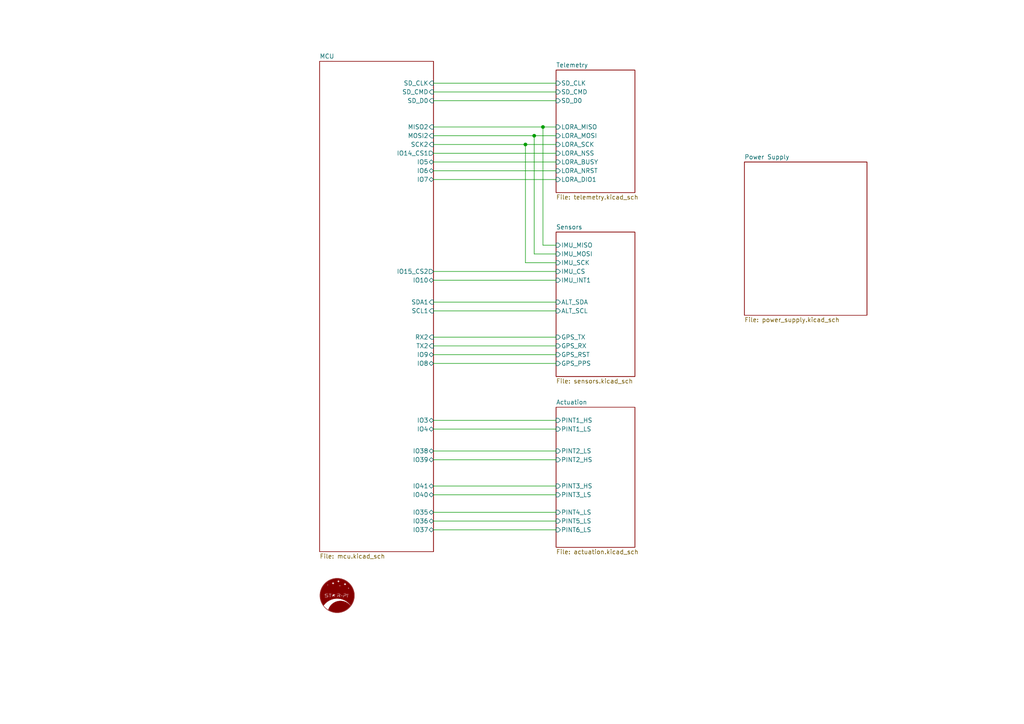
<source format=kicad_sch>
(kicad_sch
	(version 20250114)
	(generator "eeschema")
	(generator_version "9.0")
	(uuid "0e774532-df3b-4713-ac9c-64e52152da2c")
	(paper "A4")
	(lib_symbols
		(symbol "starpi_logo:LOGO"
			(pin_names
				(offset 1.016)
			)
			(exclude_from_sim no)
			(in_bom yes)
			(on_board yes)
			(property "Reference" "#G"
				(at 0 4.3654 0)
				(effects
					(font
						(size 1.27 1.27)
					)
					(hide yes)
				)
			)
			(property "Value" "LOGO"
				(at 0 -4.3654 0)
				(effects
					(font
						(size 1.27 1.27)
					)
					(hide yes)
				)
			)
			(property "Footprint" "LoghiStarPi:starpi_logo_footprint"
				(at 0 0 0)
				(effects
					(font
						(size 1.27 1.27)
					)
					(hide yes)
				)
			)
			(property "Datasheet" ""
				(at 0 0 0)
				(effects
					(font
						(size 1.27 1.27)
					)
					(hide yes)
				)
			)
			(property "Description" ""
				(at 0 0 0)
				(effects
					(font
						(size 1.27 1.27)
					)
					(hide yes)
				)
			)
			(symbol "LOGO_0_0"
				(polyline
					(pts
						(xy -0.0648 -4.9986) (xy -0.0203 -4.9985) (xy 0.0261 -4.9984) (xy 0.0492 -4.9983) (xy 0.1014 -4.9982)
						(xy 0.1471 -4.998) (xy 0.1872 -4.9977) (xy 0.2224 -4.9974) (xy 0.2534 -4.9969) (xy 0.2811 -4.9963)
						(xy 0.3062 -4.9956) (xy 0.3294 -4.9946) (xy 0.3515 -4.9934) (xy 0.3733 -4.992) (xy 0.3954 -4.9902)
						(xy 0.4188 -4.9882) (xy 0.4441 -4.9858) (xy 0.4721 -4.983) (xy 0.5035 -4.9798) (xy 0.5299 -4.977)
						(xy 0.7052 -4.9546) (xy 0.8819 -4.9251) (xy 1.0595 -4.8885) (xy 1.2377 -4.8451) (xy 1.416 -4.7949)
						(xy 1.5939 -4.738) (xy 1.771 -4.6746) (xy 1.7729 -4.6739) (xy 1.951 -4.6025) (xy 2.1258 -4.5245)
						(xy 2.2972 -4.4398) (xy 2.4652 -4.3486) (xy 2.6295 -4.2509) (xy 2.7901 -4.1467) (xy 2.9469 -4.0363)
						(xy 3.0997 -3.9196) (xy 3.2483 -3.7968) (xy 3.3928 -3.6679) (xy 3.5329 -3.5329) (xy 3.5344 -3.5315)
						(xy 3.6692 -3.3913) (xy 3.7981 -3.2468) (xy 3.9209 -3.0981) (xy 4.0375 -2.9453) (xy 4.1479 -2.7885)
						(xy 4.2519 -2.6278) (xy 4.3495 -2.4635) (xy 4.4407 -2.2955) (xy 4.5253 -2.124) (xy 4.6033 -1.9491)
						(xy 4.6746 -1.771) (xy 4.7397 -1.5891) (xy 4.7983 -1.405) (xy 4.8496 -1.2208) (xy 4.8937 -1.0367)
						(xy 4.9303 -0.8527) (xy 4.9596 -0.6691) (xy 4.9814 -0.4859) (xy 4.9828 -0.4716) (xy 4.9857 -0.4424)
						(xy 4.9882 -0.416) (xy 4.9903 -0.3919) (xy 4.9921 -0.3691) (xy 4.9936 -0.347) (xy 4.9949 -0.3248)
						(xy 4.9959 -0.3019) (xy 4.9967 -0.2773) (xy 4.9973 -0.2505) (xy 4.9978 -0.2206) (xy 4.9981 -0.187)
						(xy 4.9983 -0.1489) (xy 4.9984 -0.1055) (xy 4.9984 -0.0561) (xy 4.9984 0.0001) (xy 4.9984 0.0262)
						(xy 4.9984 0.0792) (xy 4.9983 0.1259) (xy 4.9982 0.1669) (xy 4.9979 0.2029) (xy 4.9976 0.2348)
						(xy 4.9971 0.2632) (xy 4.9964 0.2889) (xy 4.9955 0.3127) (xy 4.9944 0.3352) (xy 4.993 0.3573)
						(xy 4.9913 0.3796) (xy 4.9894 0.4028) (xy 4.9871 0.4279) (xy 4.9844 0.4554) (xy 4.9814 0.4861)
						(xy 4.9653 0.6261) (xy 4.9381 0.8069) (xy 4.9036 0.9885) (xy 4.8618 1.1706) (xy 4.8129 1.3531)
						(xy 4.7568 1.5356) (xy 4.6936 1.718) (xy 4.6753 1.7671) (xy 4.6062 1.9409) (xy 4.5314 2.1104)
						(xy 4.4507 2.2758) (xy 4.364 2.4377) (xy 4.2711 2.5963) (xy 4.1716 2.7521) (xy 4.0655 2.9053)
						(xy 3.9524 3.0565) (xy 3.8323 3.2059) (xy 3.7356 3.3182) (xy 3.611 3.4533) (xy 3.4807 3.5843)
						(xy 3.3451 3.7109) (xy 3.2047 3.8327) (xy 3.0598 3.9495) (xy 2.911 4.0609) (xy 2.7586 4.1666)
						(xy 2.603 4.2663) (xy 2.4447 4.3596) (xy 2.2841 4.4462) (xy 2.1216 4.5258) (xy 2.0593 4.5543)
						(xy 1.9783 4.5899) (xy 1.8977 4.6236) (xy 1.8158 4.656) (xy 1.7313 4.6876) (xy 1.6424 4.7191)
						(xy 1.5477 4.7511) (xy 1.5154 4.7617) (xy 1.3844 4.8026) (xy 1.2563 4.8392) (xy 1.1299 4.8716)
						(xy 1.0039 4.9002) (xy 0.8771 4.9251) (xy 0.7482 4.9467) (xy 0.6159 4.9651) (xy 0.4791 4.9808)
						(xy 0.3364 4.9938) (xy 0.3312 4.9941) (xy 0.3116 4.9951) (xy 0.2856 4.996) (xy 0.254 4.9968) (xy 0.2177 4.9974)
						(xy 0.1775 4.9979) (xy 0.1341 4.9983) (xy 0.0884 4.9986) (xy 0.0413 4.9988) (xy -0.0066 4.9988)
						(xy -0.0542 4.9987) (xy -0.101 4.9985) (xy -0.1459 4.9982) (xy -0.1883 4.9977) (xy -0.2273 4.9972)
						(xy -0.262 4.9965) (xy -0.2917 4.9957) (xy -0.3156 4.9948) (xy -0.3328 4.9938) (xy -0.4606 4.9822)
						(xy -0.6052 4.9659) (xy -0.7451 4.9464) (xy -0.8815 4.9235) (xy -1.0156 4.8969) (xy -1.1486 4.8665)
						(xy -1.2817 4.832) (xy -1.4161 4.7931) (xy -1.4832 4.7724) (xy -1.6647 4.7116) (xy -1.8411 4.6456)
						(xy -2.0128 4.5743) (xy -2.1801 4.4973) (xy -2.3433 4.4146) (xy -2.503 4.3258) (xy -2.6594 4.2309)
						(xy -2.8129 4.1295) (xy -2.964 4.0215) (xy -3.1129 3.9066) (xy -3.2601 3.7847) (xy -3.2828 3.7652)
						(xy -3.3143 3.7378) (xy -3.3436 3.7119) (xy -3.3717 3.6864) (xy -3.3996 3.6604) (xy -3.4286 3.6328)
						(xy -3.4595 3.6029) (xy -3.4934 3.5694) (xy -3.5315 3.5315) (xy -3.5385 3.5245) (xy -3.5907 3.4716)
						(xy -3.6386 3.4221) (xy -3.6834 3.3745) (xy -3.7262 3.3274) (xy -3.7683 3.2796) (xy -3.8109 3.2297)
						(xy -3.8553 3.1763) (xy -3.9025 3.1181) (xy -3.9424 3.0679) (xy -4.0549 2.9188) (xy -4.161 2.767)
						(xy -4.2607 2.612) (xy -4.3541 2.4536) (xy -4.4416 2.2916) (xy -4.5231 2.1256) (xy -4.5988 1.9554)
						(xy -4.669 1.7805) (xy -4.7337 1.6009) (xy -4.7931 1.4161) (xy -4.8055 1.3746) (xy -4.8546 1.195)
						(xy -4.8969 1.0139) (xy -4.9323 0.8322) (xy -4.9605 0.6504) (xy -4.9816 0.4693) (xy -4.9832 0.4523)
						(xy -4.9861 0.4211) (xy -4.9887 0.3929) (xy -4.9908 0.367) (xy -4.9927 0.3425) (xy -4.9942 0.3186)
						(xy -4.9954 0.2945) (xy -4.9964 0.2695) (xy -4.9972 0.2426) (xy -4.9977 0.2132) (xy -4.9981 0.1803)
						(xy -4.9984 0.1431) (xy -4.9985 0.101) (xy -4.9986 0.0529) (xy -4.9986 0.0251) (xy -4.9511 0.0251)
						(xy -4.9462 0.2132) (xy -4.9397 0.328) (xy -4.927 0.4817) (xy -4.9096 0.6335) (xy -4.8873 0.7848)
						(xy -4.86 0.9369) (xy -4.8273 1.0911) (xy -4.7892 1.2488) (xy -4.7839 1.2695) (xy -4.7327 1.4514)
						(xy -4.6743 1.6315) (xy -4.6091 1.8093) (xy -4.537 1.9846) (xy -4.4584 2.157) (xy -4.3733 2.3263)
						(xy -4.2818 2.4921) (xy -4.1843 2.6541) (xy -4.0807 2.812) (xy -3.9713 2.9656) (xy -3.8562 3.1143)
						(xy -3.7775 3.2096) (xy -3.6512 3.3529) (xy -3.5198 3.4908) (xy -3.3834 3.6231) (xy -3.2421 3.7498)
						(xy -3.0961 3.8708) (xy -2.9454 3.9861) (xy -2.79 4.0956) (xy -2.6302 4.1991) (xy -2.466 4.2967)
						(xy -2.2975 4.3882) (xy -2.1247 4.4737) (xy -1.9479 4.5529) (xy -1.8422 4.5964) (xy -1.6711 4.6605)
						(xy -1.4961 4.7187) (xy -1.318 4.7709) (xy -1.1373 4.8168) (xy -0.9547 4.8563) (xy -0.7709 4.8893)
						(xy -0.5864 4.9155) (xy -0.402 4.9349) (xy -0.3962 4.9354) (xy -0.3597 4.9381) (xy -0.3175 4.9408)
						(xy -0.2714 4.9433) (xy -0.2228 4.9456) (xy -0.1735 4.9477) (xy -0.125 4.9494) (xy -0.0788 4.9507)
						(xy -0.0367 4.9515) (xy -0.0001 4.9518) (xy 0.0059 4.9518) (xy 0.0436 4.9514) (xy 0.0866 4.9505)
						(xy 0.1333 4.9491) (xy 0.1821 4.9473) (xy 0.2314 4.9452) (xy 0.2796 4.9429) (xy 0.3252 4.9403)
						(xy 0.3664 4.9376) (xy 0.4018 4.9349) (xy 0.4763 4.9279) (xy 0.6614 4.9057) (xy 0.846 4.8769)
						(xy 1.0293 4.8414) (xy 1.2108 4.7995) (xy 1.3899 4.7513) (xy 1.5659 4.697) (xy 1.7384 4.6366)
						(xy 1.9066 4.5705) (xy 1.9624 4.5468) (xy 2.1013 4.4844) (xy 2.2396 4.4175) (xy 2.3756 4.3467)
						(xy 2.5075 4.2731) (xy 2.6338 4.1975) (xy 2.6751 4.1715) (xy 2.8318 4.0675) (xy 2.9844 3.9574)
						(xy 3.1327 3.8415) (xy 3.2764 3.7201) (xy 3.4154 3.5932) (xy 3.5493 3.4613) (xy 3.6779 3.3245)
						(xy 3.801 3.183) (xy 3.9183 3.0372) (xy 4.0296 2.8872) (xy 4.1347 2.7333) (xy 4.1719 2.6755) (xy 4.2638 2.5243)
						(xy 4.3511 2.3686) (xy 4.4334 2.2094) (xy 4.51 2.0478) (xy 4.5803 1.8851) (xy 4.6438 1.7222) (xy 4.6756 1.6332)
						(xy 4.7289 1.4691) (xy 4.7772 1.301) (xy 4.8201 1.1301) (xy 4.8573 0.9574) (xy 4.8887 0.7842)
						(xy 4.9139 0.6117) (xy 4.9327 0.4409) (xy 4.9357 0.4073) (xy 4.9389 0.3709) (xy 4.9415 0.3375)
						(xy 4.9437 0.3062) (xy 4.9454 0.2757) (xy 4.9468 0.2451) (xy 4.9479 0.2133) (xy 4.9487 0.1793)
						(xy 4.9493 0.1421) (xy 4.9496 0.1005) (xy 4.9498 0.0535) (xy 4.9498 0.0001) (xy 4.9497 -0.0538)
						(xy 4.9494 -0.1082) (xy 4.9489 -0.157) (xy 4.9482 -0.2) (xy 4.9473 -0.2367) (xy 4.9463 -0.2667)
						(xy 4.945 -0.2897) (xy 4.945 -0.29) (xy 4.9336 -0.4308) (xy 4.9195 -0.5663) (xy 4.9022 -0.6984)
						(xy 4.8816 -0.8288) (xy 4.8572 -0.9594) (xy 4.829 -1.092) (xy 4.7964 -1.2283) (xy 4.7911 -1.2495)
						(xy 4.7408 -1.4315) (xy 4.6832 -1.6118) (xy 4.6185 -1.7903) (xy 4.5465 -1.9669) (xy 4.4674 -2.1415)
						(xy 4.3813 -2.314) (xy 4.2881 -2.4842) (xy 4.246 -2.5563) (xy 4.1463 -2.7167) (xy 4.0404 -2.8729)
						(xy 3.9286 -3.0248) (xy 3.811 -3.1722) (xy 3.6879 -3.3149) (xy 3.5593 -3.4527) (xy 3.4256 -3.5855)
						(xy 3.2869 -3.713) (xy 3.1433 -3.835) (xy 2.9951 -3.9514) (xy 2.8425 -4.062) (xy 2.6855 -4.1666)
						(xy 2.5245 -4.265) (xy 2.4473 -4.3093) (xy 2.28 -4.399) (xy 2.1098 -4.4824) (xy 1.937 -4.5591)
						(xy 1.762 -4.629) (xy 1.5853 -4.692) (xy 1.4073 -4.7479) (xy 1.2283 -4.7964) (xy 1.1883 -4.8063)
						(xy 1.0604 -4.836) (xy 0.9356 -4.862) (xy 0.8123 -4.8844) (xy 0.6887 -4.9036) (xy 0.5631 -4.9198)
						(xy 0.4338 -4.9333) (xy 0.299 -4.9445) (xy 0.2983 -4.9445) (xy 0.2851 -4.9452) (xy 0.2656 -4.9459)
						(xy 0.2406 -4.9465) (xy 0.2111 -4.9471) (xy 0.1778 -4.9477) (xy 0.1417 -4.9483) (xy 0.1036 -4.9488)
						(xy 0.0643 -4.9493) (xy 0.0247 -4.9497) (xy -0.0142 -4.95) (xy -0.0517 -4.9502) (xy -0.0869 -4.9504)
						(xy -0.119 -4.9504) (xy -0.147 -4.9504) (xy -0.1701 -4.9502) (xy -0.1875 -4.9499) (xy -0.1982 -4.9494)
						(xy -0.2069 -4.9489) (xy -0.2221 -4.9479) (xy -0.2418 -4.9468) (xy -0.2642 -4.9455) (xy -0.288 -4.9442)
						(xy -0.2935 -4.9439) (xy -0.4496 -4.9321) (xy -0.6088 -4.9144) (xy -0.7701 -4.891) (xy -0.9325 -4.8622)
						(xy -1.0948 -4.8281) (xy -1.256 -4.789) (xy -1.415 -4.7451) (xy -1.5708 -4.6966) (xy -1.7222 -4.6438)
						(xy -1.7861 -4.6197) (xy -1.949 -4.5535) (xy -2.1114 -4.4806) (xy -2.2722 -4.4017) (xy -2.4302 -4.3174)
						(xy -2.5843 -4.2282) (xy -2.7333 -4.1347) (xy -2.7699 -4.1105) (xy -2.9214 -4.005) (xy -3.0691 -3.8933)
						(xy -3.2129 -3.7756) (xy -3.3523 -3.6523) (xy -3.4871 -3.5236) (xy -3.617 -3.39) (xy -3.7418 -3.2515)
						(xy -3.8611 -3.1087) (xy -3.9746 -2.9618) (xy -4.0822 -2.811) (xy -4.1834 -2.6567) (xy -4.278 -2.4992)
						(xy -4.3545 -2.3613) (xy -4.4398 -2.1955) (xy -4.518 -2.0288) (xy -4.5893 -1.8606) (xy -4.6542 -1.6903)
						(xy -4.7126 -1.5172) (xy -4.765 -1.3408) (xy -4.8115 -1.1605) (xy -4.8523 -0.9757) (xy -4.8637 -0.9175)
						(xy -4.8961 -0.7285) (xy -4.9211 -0.5398) (xy -4.9385 -0.3513) (xy -4.9485 -0.163) (xy -4.9511 0.0251)
						(xy -4.9986 0.0251) (xy -4.9986 -0.0018) (xy -4.9986 -0.03) (xy -4.9985 -0.0813) (xy -4.9984 -0.1263)
						(xy -4.9982 -0.1658) (xy -4.9979 -0.2007) (xy -4.9975 -0.2318) (xy -4.9968 -0.2599) (xy -4.9959 -0.2857)
						(xy -4.9948 -0.3102) (xy -4.9935 -0.3341) (xy -4.9918 -0.3581) (xy -4.9898 -0.3832) (xy -4.9875 -0.4102)
						(xy -4.9847 -0.4398) (xy -4.9816 -0.4728) (xy -4.9752 -0.5347) (xy -4.9536 -0.7032) (xy -4.9259 -0.8713)
						(xy -4.8919 -1.0396) (xy -4.8514 -1.2087) (xy -4.8043 -1.3789) (xy -4.7506 -1.551) (xy -4.6901 -1.7253)
						(xy -4.6503 -1.8308) (xy -4.5777 -2.0062) (xy -4.4983 -2.1787) (xy -4.4123 -2.3481) (xy -4.3196 -2.5141)
						(xy -4.2205 -2.6766) (xy -4.115 -2.8352) (xy -4.0035 -2.9897) (xy -3.9667 -3.038) (xy -3.8502 -3.1836)
						(xy -3.7291 -3.3246) (xy -3.6036 -3.4604) (xy -3.4743 -3.5906) (xy -3.3416 -3.7147) (xy -3.2059 -3.8323)
						(xy -3.1645 -3.8664) (xy -3.0147 -3.9846) (xy -2.863 -4.0957) (xy -2.7091 -4.1999) (xy -2.5525 -4.2976)
						(xy -2.3931 -4.3887) (xy -2.2302 -4.4737) (xy -2.0637 -4.5527) (xy -1.8931 -4.6259) (xy -1.718 -4.6936)
						(xy -1.7075 -4.6974) (xy -1.5376 -4.756) (xy -1.3669 -4.8087) (xy -1.1958 -4.8553) (xy -1.0249 -4.8956)
						(xy -0.8549 -4.9297) (xy -0.6862 -4.9573) (xy -0.5195 -4.9783) (xy -0.3552 -4.9926) (xy -0.3439 -4.9934)
						(xy -0.3228 -4.9949) (xy -0.304 -4.9962) (xy -0.2894 -4.9973) (xy -0.2805 -4.998) (xy -0.2798 -4.998)
						(xy -0.2723 -4.9982) (xy -0.2581 -4.9984) (xy -0.2377 -4.9985) (xy -0.2118 -4.9986) (xy -0.1809 -4.9987)
						(xy -0.1457 -4.9987) (xy -0.1068 -4.9987) (xy -0.0648 -4.9986)
					)
					(stroke
						(width 0.01)
						(type default)
					)
					(fill
						(type outline)
					)
				)
				(polyline
					(pts
						(xy 0.2164 -4.845) (xy 0.4004 -4.8331) (xy 0.5844 -4.8141) (xy 0.7678 -4.7882) (xy 0.9504 -4.7553)
						(xy 1.1315 -4.7157) (xy 1.3107 -4.6693) (xy 1.4874 -4.6164) (xy 1.6613 -4.5568) (xy 1.8318 -4.4908)
						(xy 1.8526 -4.4822) (xy 1.9139 -4.456) (xy 1.9786 -4.4272) (xy 2.0451 -4.3966) (xy 2.112 -4.3649)
						(xy 2.1777 -4.3328) (xy 2.2409 -4.301) (xy 2.2999 -4.2702) (xy 2.3534 -4.2411) (xy 2.4645 -4.1773)
						(xy 2.6277 -4.0764) (xy 2.7866 -3.9693) (xy 2.9413 -3.8561) (xy 3.0917 -3.7368) (xy 3.1215 -3.7119)
						(xy 3.2278 -3.6197) (xy 3.3331 -3.5226) (xy 3.4364 -3.4218) (xy 3.5367 -3.3183) (xy 3.633 -3.2132)
						(xy 3.724 -3.1077) (xy 3.8088 -3.0027) (xy 3.8374 -2.966) (xy 3.7999 -2.9194) (xy 3.78 -2.895)
						(xy 3.7 -2.8021) (xy 3.6138 -2.7094) (xy 3.5223 -2.6179) (xy 3.4266 -2.5286) (xy 3.3276 -2.4423)
						(xy 3.2262 -2.3599) (xy 3.1235 -2.2824) (xy 3.0407 -2.224) (xy 2.9013 -2.1329) (xy 2.7586 -2.0486)
						(xy 2.6126 -1.9709) (xy 2.4636 -1.9) (xy 2.3116 -1.8359) (xy 2.1568 -1.7787) (xy 1.9993 -1.7285)
						(xy 1.8392 -1.6852) (xy 1.6767 -1.649) (xy 1.6321 -1.6403) (xy 1.5659 -1.6284) (xy 1.5008 -1.618)
						(xy 1.435 -1.6088) (xy 1.3669 -1.6006) (xy 1.2947 -1.5931) (xy 1.2168 -1.5862) (xy 1.2142 -1.5859)
						(xy 1.1939 -1.5848) (xy 1.1672 -1.5838) (xy 1.1352 -1.5829) (xy 1.0989 -1.5822) (xy 1.0592 -1.5817)
						(xy 1.0171 -1.5814) (xy 0.9735 -1.5812) (xy 0.9296 -1.5813) (xy 0.8863 -1.5814) (xy 0.8445 -1.5818)
						(xy 0.8052 -1.5823) (xy 0.7695 -1.583) (xy 0.7383 -1.5839) (xy 0.7126 -1.5849) (xy 0.6934 -1.5862)
						(xy 0.6781 -1.5875) (xy 0.569 -1.598) (xy 0.4654 -1.6104) (xy 0.3657 -1.625) (xy 0.2684 -1.6419)
						(xy 0.1719 -1.6616) (xy 0.0747 -1.6841) (xy -0.0638 -1.721) (xy -0.2209 -1.7699) (xy -0.3752 -1.8256)
						(xy -0.5264 -1.888) (xy -0.6744 -1.9569) (xy -0.819 -2.0322) (xy -0.96 -2.1137) (xy -1.0972 -2.2014)
						(xy -1.2304 -2.295) (xy -1.3594 -2.3944) (xy -1.4839 -2.4995) (xy -1.6039 -2.6101) (xy -1.719 -2.7261)
						(xy -1.8292 -2.8474) (xy -1.9341 -2.9737) (xy -2.0336 -3.1051) (xy -2.1275 -3.2413) (xy -2.2079 -3.3693)
						(xy -2.2842 -3.5027) (xy -2.3549 -3.639) (xy -2.4195 -3.7772) (xy -2.4776 -3.9164) (xy -2.5288 -4.0556)
						(xy -2.5515 -4.1219) (xy -2.5319 -4.1343) (xy -2.5107 -4.1476) (xy -2.4663 -4.1743) (xy -2.4167 -4.2029)
						(xy -2.363 -4.2329) (xy -2.3063 -4.2637) (xy -2.2478 -4.2947) (xy -2.1886 -4.3252) (xy -2.1297 -4.3548)
						(xy -2.0724 -4.3829) (xy -2.0176 -4.4087) (xy -1.9666 -4.4318) (xy -1.8339 -4.4882) (xy -1.6555 -4.5572)
						(xy -1.4755 -4.6188) (xy -1.2941 -4.6731) (xy -1.111 -4.7201) (xy -0.9262 -4.7599) (xy -0.7396 -4.7924)
						(xy -0.5512 -4.8177) (xy -0.3608 -4.8357) (xy -0.1683 -4.8466) (xy -0.1496 -4.8473) (xy 0.0329 -4.8498)
						(xy 0.2164 -4.845)
					)
					(stroke
						(width 0.01)
						(type default)
					)
					(fill
						(type outline)
					)
				)
				(polyline
					(pts
						(xy 3.9205 -2.8543) (xy 3.9277 -2.8452) (xy 3.938 -2.8314) (xy 3.9509 -2.8135) (xy 3.966 -2.7921)
						(xy 3.9828 -2.768) (xy 4.0008 -2.7419) (xy 4.0194 -2.7143) (xy 4.0383 -2.6861) (xy 4.1295 -2.5437)
						(xy 4.2262 -2.3797) (xy 4.3162 -2.2125) (xy 4.3994 -2.0424) (xy 4.4756 -1.8694) (xy 4.545 -1.6937)
						(xy 4.6075 -1.5154) (xy 4.6629 -1.3347) (xy 4.7113 -1.1515) (xy 4.7527 -0.9662) (xy 4.7869 -0.7788)
						(xy 4.8139 -0.5893) (xy 4.8338 -0.3981) (xy 4.8403 -0.306) (xy 4.8451 -0.2078) (xy 4.8479 -0.1059)
						(xy 4.8489 -0.0022) (xy 4.8479 0.1015) (xy 4.8451 0.2034) (xy 4.8404 0.3016) (xy 4.8338 0.3945)
						(xy 4.8267 0.4716) (xy 4.8042 0.6606) (xy 4.7746 0.8479) (xy 4.7381 1.0333) (xy 4.6947 1.2165)
						(xy 4.6444 1.3972) (xy 4.5874 1.5752) (xy 4.5237 1.7501) (xy 4.4533 1.9217) (xy 4.3867 2.0686)
						(xy 4.3019 2.2393) (xy 4.2108 2.4062) (xy 4.1135 2.5689) (xy 4.0101 2.7274) (xy 3.9008 2.8816)
						(xy 3.7856 3.0313) (xy 3.6647 3.1763) (xy 3.5381 3.3166) (xy 3.406 3.4519) (xy 3.2685 3.5822)
						(xy 3.1257 3.7073) (xy 2.9777 3.8271) (xy 2.948 3.85) (xy 2.7954 3.962) (xy 2.6388 4.0678) (xy 2.4784 4.1673)
						(xy 2.3145 4.2604) (xy 2.1472 4.3469) (xy 1.9768 4.4269) (xy 1.8035 4.5002) (xy 1.6274 4.5667)
						(xy 1.449 4.6264) (xy 1.2682 4.6791) (xy 1.0854 4.7248) (xy 0.9008 4.7633) (xy 0.7146 4.7947)
						(xy 0.5271 4.8188) (xy 0.5074 4.8208) (xy 0.3188 4.8367) (xy 0.1299 4.8452) (xy -0.0591 4.8463)
						(xy -0.2478 4.8401) (xy -0.436 4.8265) (xy -0.6235 4.8057) (xy -0.8101 4.7777) (xy -0.9955 4.7424)
						(xy -1.1794 4.7) (xy -1.3616 4.6505) (xy -1.5418 4.5938) (xy -1.7199 4.5301) (xy -1.8955 4.4594)
						(xy -1.9256 4.4465) (xy -1.9827 4.4212) (xy -2.0421 4.394) (xy -2.1022 4.3657) (xy -2.1614 4.3371)
						(xy -2.2182 4.3088) (xy -2.2711 4.2816) (xy -2.3185 4.2564) (xy -2.4024 4.2095) (xy -2.5663 4.1115)
						(xy -2.5735 4.1068) (xy -0.0795 4.1068) (xy -0.0776 4.1127) (xy -0.0764 4.114) (xy -0.069 4.1188)
						(xy -0.0573 4.1248) (xy -0.0433 4.131) (xy -0.029 4.1366) (xy -0.0164 4.1407) (xy -0.012 4.1419)
						(xy -0.002 4.1453) (xy 0.0037 4.148) (xy 0.0082 4.1504) (xy 0.0167 4.1536) (xy 0.0199 4.1547)
						(xy 0.0304 4.1592) (xy 0.0453 4.166) (xy 0.0632 4.1746) (xy 0.0825 4.1842) (xy 0.1019 4.1941)
						(xy 0.1059 4.1963) (xy 0.1277 4.2105) (xy 0.1519 4.2296) (xy 0.1774 4.2523) (xy 0.2029 4.2773)
						(xy 0.2271 4.3035) (xy 0.2489 4.3295) (xy 0.2669 4.3541) (xy 0.2801 4.3761) (xy 0.2881 4.3918)
						(xy 0.2982 4.412) (xy 0.306 4.4281) (xy 0.3122 4.4418) (xy 0.3176 4.4545) (xy 0.3228 4.4677) (xy 0.3242 4.4715)
						(xy 0.3298 4.4871) (xy 0.3343 4.501) (xy 0.3368 4.5107) (xy 0.3369 4.5112) (xy 0.3413 4.5264)
						(xy 0.3479 4.5394) (xy 0.3554 4.5484) (xy 0.3628 4.5518) (xy 0.363 4.5518) (xy 0.3682 4.5512)
						(xy 0.3724 4.5488) (xy 0.3764 4.5435) (xy 0.3808 4.5342) (xy 0.3861 4.5199) (xy 0.393 4.4995)
						(xy 0.4001 4.4796) (xy 0.4119 4.4511) (xy 0.4256 4.4213) (xy 0.4401 4.3924) (xy 0.4545 4.3664)
						(xy 0.4677 4.3454) (xy 0.47 4.3422) (xy 0.4825 4.3266) (xy 0.499 4.308) (xy 0.518 4.2877) (xy 0.5383 4.2672)
						(xy 0.5584 4.248) (xy 0.5769 4.2313) (xy 0.5925 4.2187) (xy 0.594 4.2176) (xy 0.6069 4.209) (xy 0.623 4.1992)
						(xy 0.6412 4.1889) (xy 0.6599 4.1788) (xy 0.6778 4.1697) (xy 0.6935 4.1623) (xy 0.7056 4.1574)
						(xy 0.7126 4.1555) (xy 0.7149 4.1553) (xy 0.7217 4.1521) (xy 0.7267 4.1493) (xy 0.7367 4.1451)
						(xy 0.7495 4.1406) (xy 0.7617 4.1362) (xy 0.779 4.1287) (xy 0.7929 4.1211) (xy 0.8022 4.1142)
						(xy 0.8056 4.1086) (xy 0.8056 4.1082) (xy 0.8016 4.1018) (xy 0.7913 4.0947) (xy 0.7755 4.0873)
						(xy 0.7551 4.0803) (xy 0.7539 4.08) (xy 0.7407 4.0758) (xy 0.7304 4.0721) (xy 0.7252 4.0696) (xy 0.7241 4.0689)
						(xy 0.7168 4.0657) (xy 0.7065 4.0622) (xy 0.7008 4.0602) (xy 0.6845 4.0531) (xy 0.6647 4.0433)
						(xy 0.6434 4.0318) (xy 0.6224 4.0196) (xy 0.6035 4.0077) (xy 0.5887 3.9973) (xy 0.5847 3.9941)
						(xy 0.5364 3.9517) (xy 0.4948 3.9061) (xy 0.4597 3.8571) (xy 0.4308 3.8044) (xy 0.4231 3.7881)
						(xy 0.4133 3.7673) (xy 0.4059 3.7515) (xy 0.4005 3.7397) (xy 0.3966 3.7307) (xy 0.3937 3.7235)
						(xy 0.3913 3.717) (xy 0.389 3.7102) (xy 0.3876 3.7061) (xy 0.3824 3.6918) (xy 0.3775 3.6794) (xy 0.376 3.6761)
						(xy 0.3704 3.6681) (xy 0.3633 3.6658) (xy 0.3564 3.668) (xy 0.3486 3.6768) (xy 0.3414 3.6926)
						(xy 0.3346 3.7156) (xy 0.3228 3.7571) (xy 0.3033 3.8078) (xy 0.2788 3.8542) (xy 0.2486 3.8977)
						(xy 0.2121 3.9393) (xy 0.1968 3.9543) (xy 0.18 3.9696) (xy 0.1641 3.983) (xy 0.1512 3.9927) (xy 0.1473 3.9954)
						(xy 0.1358 4.0034) (xy 0.1273 4.0098) (xy 0.1234 4.0133) (xy 0.1189 4.0163) (xy 0.1104 4.019)
						(xy 0.1018 4.0221) (xy 0.0948 4.0271) (xy 0.0941 4.0278) (xy 0.0869 4.0328) (xy 0.0745 4.0396)
						(xy 0.0585 4.0472) (xy 0.0406 4.055) (xy 0.0223 4.0622) (xy 0.0058 4.0685) (xy -0.0149 4.0766)
						(xy -0.0345 4.0846) (xy -0.052 4.092) (xy -0.0661 4.0983) (xy -0.0756 4.103) (xy -0.0793 4.1055)
						(xy -0.0795 4.1068) (xy -2.5735 4.1068) (xy -2.7257 4.0077) (xy -2.8804 3.898) (xy -3.0304 3.7827)
						(xy -3.1756 3.6618) (xy -3.3157 3.5355) (xy -3.3164 3.5348) (xy -1.6273 3.5348) (xy -1.6254 3.5407)
						(xy -1.6242 3.542) (xy -1.6168 3.5468) (xy -1.6051 3.5528) (xy -1.591 3.559) (xy -1.5768 3.5646)
						(xy -1.5642 3.5687) (xy -1.5597 3.5699) (xy -1.5498 3.5733) (xy -1.5441 3.576) (xy -1.5396 3.5784)
						(xy -1.531 3.5816) (xy -1.5278 3.5827) (xy -1.5174 3.5872) (xy -1.5025 3.594) (xy -1.4846 3.6026)
						(xy -1.4652 3.6122) (xy -1.4458 3.6221) (xy -1.4419 3.6243) (xy -1.4201 3.6385) (xy -1.3958 3.6576)
						(xy -1.3704 3.6803) (xy -1.3449 3.7053) (xy -1.3207 3.7315) (xy -1.2989 3.7575) (xy -1.2808 3.7821)
						(xy -1.2677 3.8041) (xy -1.2597 3.8198) (xy -1.2496 3.84) (xy -1.2418 3.8561) (xy -1.2356 3.8698)
						(xy -1.2302 3.8824) (xy -1.225 3.8957) (xy -1.2235 3.8995) (xy -1.218 3.915) (xy -1.2135 3.929)
						(xy -1.211 3.9387) (xy -1.2109 3.9392) (xy -1.2064 3.9544) (xy -1.1999 3.9674) (xy -1.1924 3.9764)
						(xy -1.185 3.9798) (xy -1.1848 3.9798) (xy -1.1796 3.9792) (xy -1.1754 3.9768) (xy -1.1714 3.9715)
						(xy -1.167 3.9622) (xy -1.1617 3.9479) (xy -1.1548 3.9275) (xy -1.1476 3.9076) (xy -1.1359 3.8791)
						(xy -1.1222 3.8493) (xy -1.1077 3.8203) (xy -1.0933 3.7944) (xy -1.0801 3.7734) (xy -1.0778 3.7702)
						(xy -1.0653 3.7546) (xy -1.0488 3.736) (xy -1.0297 3.7157) (xy -1.0095 3.6952) (xy -0.9894 3.676)
						(xy -0.9708 3.6593) (xy -0.9553 3.6467) (xy -0.9537 3.6456) (xy -0.9409 3.637) (xy -0.9247 3.6272)
						(xy -0.9066 3.6169) (xy -0.8879 3.6068) (xy -0.87 3.5977) (xy -0.8543 3.5903) (xy -0.8422 3.5853)
						(xy -0.8351 3.5835) (xy -0.8329 3.5833) (xy -0.8261 3.5801) (xy -0.8211 3.5773) (xy -0.8111 3.5731)
						(xy -0.7983 3.5686) (xy -0.786 3.5642) (xy -0.7688 3.5567) (xy -0.7549 3.5491) (xy -0.7456 3.5422)
						(xy -0.7422 3.5366) (xy -0.7422 3.5362) (xy -0.7461 3.5298) (xy -0.7565 3.5226) (xy -0.7723 3.5153)
						(xy -0.7927 3.5083) (xy -0.7938 3.508) (xy -0.807 3.5038) (xy -0.8173 3.5001) (xy -0.8226 3.4976)
						(xy -0.8237 3.4969) (xy -0.831 3.4937) (xy -0.8413 3.4901) (xy -0.8469 3.4882) (xy -0.8633 3.4811)
						(xy -0.8831 3.4713) (xy -0.9044 3.4598) (xy -0.9254 3.4476) (xy -0.9443 3.4357) (xy -0.959 3.4253)
						(xy -0.9631 3.4221) (xy -1.0113 3.3797) (xy -1.0529 3.3341) (xy -1.0881 3.2851) (xy -1.0927 3.2768)
						(xy 1.8384 3.2768) (xy 1.8403 3.2828) (xy 1.8415 3.284) (xy 1.8489 3.2888) (xy 1.8606 3.2948)
						(xy 1.8746 3.3011) (xy 1.8889 3.3067) (xy 1.9015 3.3107) (xy 1.9059 3.312) (xy 1.9159 3.3153)
						(xy 1.9216 3.318) (xy 1.9261 3.3205) (xy 1.9346 3.3236) (xy 1.9378 3.3247) (xy 1.9483 3.3292)
						(xy 1.9632 3.3361) (xy 1.9811 3.3446) (xy 2.0004 3.3542) (xy 2.0198 3.3642) (xy 2.0238 3.3663)
						(xy 2.0456 3.3805) (xy 2.0698 3.3996) (xy 2.0953 3.4223) (xy 2.1208 3.4474) (xy 2.145 3.4735)
						(xy 2.1668 3.4995) (xy 2.1848 3.5242) (xy 2.198 3.5461) (xy 2.206 3.5618) (xy 2.2161 3.582) (xy 2.2239 3.5982)
						(xy 2.2301 3.6118) (xy 2.2355 3.6245) (xy 2.2407 3.6378) (xy 2.2421 3.6415) (xy 2.2477 3.6571)
						(xy 2.2522 3.671) (xy 2.2547 3.6807) (xy 2.2548 3.6812) (xy 2.2592 3.6964) (xy 2.2658 3.7094)
						(xy 2.2733 3.7184) (xy 2.2807 3.7219) (xy 2.2809 3.7219) (xy 2.2861 3.7213) (xy 2.2903 3.7188)
						(xy 2.2943 3.7135) (xy 2.2987 3.7042) (xy 2.304 3.6899) (xy 2.3109 3.6695) (xy 2.318 3.6496) (xy 2.3298 3.6211)
						(xy 2.3435 3.5913) (xy 2.358 3.5624) (xy 2.3724 3.5364) (xy 2.3856 3.5155) (xy 2.3879 3.5123)
						(xy 2.4004 3.4967) (xy 2.4169 3.478) (xy 2.4359 3.4577) (xy 2.4562 3.4373) (xy 2.4763 3.418) (xy 2.4948 3.4014)
						(xy 2.5104 3.3887) (xy 2.5119 3.3876) (xy 2.5248 3.379) (xy 2.5409 3.3692) (xy 2.5591 3.3589)
						(xy 2.5778 3.3489) (xy 2.5957 3.3398) (xy 2.6114 3.3324) (xy 2.6235 3.3274) (xy 2.6305 3.3256)
						(xy 2.6328 3.3253) (xy 2.6396 3.3221) (xy 2.6446 3.3193) (xy 2.6546 3.3152) (xy 2.6674 3.3106)
						(xy 2.6796 3.3062) (xy 2.6969 3.2988) (xy 2.7108 3.2912) (xy 2.7201 3.2842) (xy 2.7235 3.2786)
						(xy 2.7235 3.2783) (xy 2.7195 3.2718) (xy 2.7092 3.2647) (xy 2.6934 3.2574) (xy 2.673 3.2503)
						(xy 2.6718 3.25) (xy 2.6586 3.2458) (xy 2.6483 3.2421) (xy 2.6431 3.2397) (xy 2.642 3.239) (xy 2.6347 3.2358)
						(xy 2.6244 3.2322) (xy 2.6187 3.2302) (xy 2.6024 3.2232) (xy 2.5826 3.2134) (xy 2.5613 3.2018)
						(xy 2.5403 3.1896) (xy 2.5214 3.1778) (xy 2.5066 3.1673) (xy 2.5026 3.1641) (xy 2.4543 3.1217)
						(xy 2.4127 3.0761) (xy 2.3776 3.0271) (xy 2.3487 2.9744) (xy 2.341 2.9582) (xy 2.3312 2.9374)
						(xy 2.3238 2.9216) (xy 2.3184 2.9097) (xy 2.3145 2.9007) (xy 2.3116 2.8935) (xy 2.3092 2.8871)
						(xy 2.3069 2.8803) (xy 2.3055 2.8762) (xy 2.3003 2.8618) (xy 2.2954 2.8494) (xy 2.2939 2.8462)
						(xy 2.2883 2.8382) (xy 2.2812 2.8358) (xy 2.2743 2.838) (xy 2.2665 2.8469) (xy 2.2593 2.8626)
						(xy 2.2525 2.8857) (xy 2.2407 2.9271) (xy 2.2212 2.9778) (xy 2.1967 3.0243) (xy 2.1665 3.0677)
						(xy 2.13 3.1093) (xy 2.1147 3.1243) (xy 2.0979 3.1397) (xy 2.082 3.1531) (xy 2.0691 3.1627) (xy 2.0652 3.1654)
						(xy 2.0537 3.1735) (xy 2.0451 3.1799) (xy 2.0413 3.1834) (xy 2.0368 3.1863) (xy 2.0283 3.1891)
						(xy 2.0197 3.1922) (xy 2.0127 3.1971) (xy 2.012 3.1978) (xy 2.0048 3.2029) (xy 1.9924 3.2096)
						(xy 1.9764 3.2172) (xy 1.9585 3.2251) (xy 1.9402 3.2323) (xy 1.9237 3.2385) (xy 1.903 3.2466)
						(xy 1.8834 3.2546) (xy 1.8659 3.262) (xy 1.8518 3.2684) (xy 1.8423 3.273) (xy 1.8386 3.2756) (xy 1.8384 3.2768)
						(xy -1.0927 3.2768) (xy -1.117 3.2324) (xy -1.1247 3.2161) (xy -1.1345 3.1953) (xy -1.1418 3.1795)
						(xy -1.1473 3.1677) (xy -1.1512 3.1587) (xy -1.1541 3.1515) (xy -1.1565 3.145) (xy -1.1588 3.1382)
						(xy -1.1602 3.1341) (xy -1.1654 3.1198) (xy -1.1703 3.1074) (xy -1.1717 3.1041) (xy -1.1774 3.0961)
						(xy -1.1845 3.0938) (xy -1.1914 3.096) (xy -1.1992 3.1048) (xy -1.2064 3.1206) (xy -1.2132 3.1436)
						(xy -1.2249 3.1851) (xy -1.2445 3.2358) (xy -1.269 3.2822) (xy -1.2992 3.3256) (xy -1.3357 3.3673)
						(xy -1.3509 3.3823) (xy -1.3678 3.3976) (xy -1.3836 3.411) (xy -1.3966 3.4207) (xy -1.4005 3.4234)
						(xy -1.412 3.4314) (xy -1.4205 3.4378) (xy -1.4244 3.4413) (xy -1.4289 3.4443) (xy -1.4374 3.447)
						(xy -1.446 3.4501) (xy -1.453 3.4551) (xy -1.4536 3.4558) (xy -1.4609 3.4608) (xy -1.4733 3.4676)
						(xy -1.4893 3.4752) (xy -1.5072 3.483) (xy -1.5254 3.4902) (xy -1.542 3.4965) (xy -1.5627 3.5046)
						(xy -1.5823 3.5126) (xy -1.5998 3.52) (xy -1.6139 3.5263) (xy -1.6234 3.531) (xy -1.6271 3.5335)
						(xy -1.6273 3.5348) (xy -3.3164 3.5348) (xy -3.4507 3.4038) (xy -3.5805 3.2669) (xy -3.705 3.1249)
						(xy -3.7652 3.0505) (xy -2.9805 3.0505) (xy -2.978 3.0526) (xy -2.9699 3.0571) (xy -2.9574 3.0631)
						(xy -2.942 3.0696) (xy -2.9293 3.0749) (xy -2.9022 3.088) (xy -2.8795 3.1018) (xy -2.8591 3.1179)
						(xy -2.839 3.1377) (xy -2.8276 3.1509) (xy -2.8071 3.1805) (xy -2.7898 3.213) (xy -2.7776 3.2454)
						(xy -2.7726 3.2588) (xy -2.7672 3.2663) (xy -2.7619 3.2671) (xy -2.7573 3.261) (xy -2.7569 3.26)
						(xy -2.7535 3.2516) (xy -2.7483 3.239) (xy -2.7425 3.2246) (xy -2.7369 3.2113) (xy -2.726 3.1887)
						(xy -2.7143 3.1696) (xy -2.6999 3.1514) (xy -2.6812 3.1314) (xy -2.6647 3.1158) (xy -2.6398 3.0968)
						(xy -2.6123 3.0811) (xy -2.5797 3.0673) (xy -2.5689 3.0631) (xy -2.5576 3.0582) (xy -2.5507 3.0545)
						(xy -2.5471 3.0511) (xy -2.5476 3.0475) (xy -2.553 3.0435) (xy -2.5641 3.0385) (xy -2.5817 3.0319)
						(xy -2.6003 3.0248) (xy -2.6266 3.012) (xy -2.6503 2.9963) (xy -2.6744 2.9759) (xy -2.6871 2.9633)
						(xy -2.706 2.9406) (xy -2.7232 2.9144) (xy -2.7392 2.8833) (xy -2.7551 2.8461) (xy -2.7556 2.845)
						(xy -2.7607 2.8352) (xy -2.7655 2.8322) (xy -2.7704 2.836) (xy -2.7755 2.8469) (xy -2.781 2.8651)
						(xy -2.782 2.8686) (xy -2.7943 2.9009) (xy -2.8115 2.9321) (xy -2.8323 2.9601) (xy -2.8555 2.9829)
						(xy -2.8626 2.9882) (xy -2.8817 3.0005) (xy -2.9048 3.0133) (xy -2.9298 3.0255) (xy -2.9546 3.036)
						(xy -2.9579 3.0373) (xy -2.9698 3.0426) (xy -2.9779 3.0473) (xy -2.9805 3.0505) (xy -3.7652 3.0505)
						(xy -3.824 2.9779) (xy -3.9355 2.8288) (xy 0.5233 2.8288) (xy 0.5236 2.8297) (xy 0.5288 2.834)
						(xy 0.5391 2.8395) (xy 0.5532 2.8456) (xy 0.5628 2.8494) (xy 0.595 2.8633) (xy 0.6219 2.8771)
						(xy 0.645 2.8919) (xy 0.6659 2.9086) (xy 0.6863 2.9283) (xy 0.7013 2.945) (xy 0.7154 2.9638) (xy 0.7282 2.9845)
						(xy 0.7403 3.0086) (xy 0.7524 3.0375) (xy 0.7654 3.0723) (xy 0.7679 3.0779) (xy 0.7731 3.083)
						(xy 0.7789 3.0806) (xy 0.7853 3.0708) (xy 0.7924 3.0536) (xy 0.7931 3.0516) (xy 0.8051 3.0205)
						(xy 0.8177 2.9946) (xy 0.8322 2.9715) (xy 0.8501 2.9491) (xy 0.8726 2.9252) (xy 0.8824 2.9155)
						(xy 0.8969 2.9017) (xy 0.909 2.8913) (xy 0.9204 2.8832) (xy 0.9329 2.8759) (xy 0.9481 2.8682)
						(xy 0.9598 2.8626) (xy 0.973 2.8565) (xy 0.9826 2.8523) (xy 0.9869 2.8508) (xy 0.991 2.8495) (xy 1.0001 2.8459)
						(xy 1.0119 2.8408) (xy 1.0228 2.8355) (xy 1.0288 2.8309) (xy 1.0293 2.8267) (xy 1.0236 2.8221)
						(xy 1.0116 2.8167) (xy 0.9928 2.8097) (xy 0.9529 2.7928) (xy 0.9112 2.7681) (xy 0.8745 2.7379)
						(xy 0.8431 2.7025) (xy 0.8416 2.7005) (xy 0.8317 2.685) (xy 0.8202 2.664) (xy 0.8078 2.639) (xy 0.7951 2.6114)
						(xy 0.783 2.5825) (xy 0.7799 2.5772) (xy 0.7758 2.5741) (xy 0.7733 2.575) (xy 0.7678 2.5812) (xy 0.7626 2.5915)
						(xy 0.7588 2.604) (xy 0.755 2.6193) (xy 0.7432 2.6501) (xy 0.7265 2.6812) (xy 0.7061 2.7106) (xy 0.6832 2.7362)
						(xy 0.6826 2.7368) (xy 0.6687 2.7494) (xy 0.6545 2.7611) (xy 0.6415 2.7707) (xy 0.6311 2.7773)
						(xy 0.6246 2.7797) (xy 0.6216 2.7806) (xy 0.6152 2.7847) (xy 0.6137 2.7858) (xy 0.604 2.7913)
						(xy 0.5887 2.7984) (xy 0.5689 2.8066) (xy 0.5458 2.8155) (xy 0.5351 2.82) (xy 0.5266 2.825) (xy 0.5233 2.8288)
						(xy -3.9355 2.8288) (xy -3.9375 2.8261) (xy -4.0453 2.6694) (xy -4.1473 2.5081) (xy -4.2434 2.3423)
						(xy -4.2442 2.3408) (xy -4.2545 2.3218) (xy -4.2667 2.299) (xy -4.2802 2.2733) (xy -4.2946 2.2456)
						(xy -4.3094 2.2168) (xy -4.3243 2.1876) (xy -4.3388 2.159) (xy -4.3525 2.1318) (xy -4.3629 2.111)
						(xy 3.0282 2.111) (xy 3.0285 2.1119) (xy 3.0337 2.1162) (xy 3.044 2.1217) (xy 3.0581 2.1278) (xy 3.0677 2.1316)
						(xy 3.0999 2.1455) (xy 3.1267 2.1593) (xy 3.1498 2.1741) (xy 3.1707 2.1908) (xy 3.1911 2.2105)
						(xy 3.2061 2.2272) (xy 3.2203 2.2459) (xy 3.233 2.2667) (xy 3.2451 2.2908) (xy 3.2573 2.3196)
						(xy 3.2703 2.3545) (xy 3.2727 2.3601) (xy 3.2779 2.3652) (xy 3.2837 2.3628) (xy 3.2902 2.353)
						(xy 3.2973 2.3358) (xy 3.298 2.3338) (xy 3.31 2.3027) (xy 3.3226 2.2768) (xy 3.3371 2.2537) (xy 3.3549 2.2313)
						(xy 3.3775 2.2074) (xy 3.3873 2.1977) (xy 3.4018 2.1839) (xy 3.4139 2.1735) (xy 3.4253 2.1654)
						(xy 3.4378 2.1581) (xy 3.453 2.1504) (xy 3.4647 2.1448) (xy 3.4779 2.1387) (xy 3.4874 2.1345)
						(xy 3.4917 2.1329) (xy 3.4959 2.1317) (xy 3.5049 2.1281) (xy 3.5167 2.123) (xy 3.5276 2.1177)
						(xy 3.5337 2.1131) (xy 3.5341 2.1088) (xy 3.5285 2.1043) (xy 3.5165 2.0989) (xy 3.4976 2.0919)
						(xy 3.4577 2.075) (xy 3.4161 2.0503) (xy 3.3794 2.0201) (xy 3.348 1.9847) (xy 3.3465 1.9827) (xy 3.3366 1.9672)
						(xy 3.3251 1.9462) (xy 3.3126 1.9212) (xy 3.3 1.8936) (xy 3.2878 1.8647) (xy 3.2848 1.8593) (xy 3.2807 1.8563)
						(xy 3.2782 1.8572) (xy 3.2726 1.8634) (xy 3.2674 1.8737) (xy 3.2637 1.8862) (xy 3.2598 1.9015)
						(xy 3.248 1.9323) (xy 3.2313 1.9634) (xy 3.211 1.9928) (xy 3.1881 2.0183) (xy 3.1874 2.019) (xy 3.1736 2.0316)
						(xy 3.1594 2.0433) (xy 3.1464 2.0529) (xy 3.1359 2.0595) (xy 3.1294 2.0619) (xy 3.1265 2.0628)
						(xy 3.1201 2.0669) (xy 3.1186 2.068) (xy 3.1089 2.0735) (xy 3.0936 2.0806) (xy 3.0738 2.0888)
						(xy 3.0506 2.0977) (xy 3.0399 2.1022) (xy 3.0314 2.1072) (xy 3.0282 2.111) (xy -4.3629 2.111)
						(xy -4.3649 2.1069) (xy -4.3755 2.0852) (xy -4.384 2.0675) (xy -4.3899 2.0547) (xy -4.3928 2.0477)
						(xy -4.3943 2.0436) (xy -4.3986 2.0331) (xy -4.4048 2.019) (xy -4.4121 2.0032) (xy -4.4156 1.9955)
						(xy -4.4241 1.9766) (xy -4.4341 1.9541) (xy -4.4445 1.9303) (xy -4.4544 1.9072) (xy -4.4709 1.8681)
						(xy -4.5411 1.6904) (xy -4.604 1.511) (xy -4.6597 1.3298) (xy -4.7081 1.1469) (xy -4.7494 0.962)
						(xy -4.7834 0.775) (xy -4.8104 0.5859) (xy -4.8302 0.3945) (xy -4.8375 0.2928) (xy -4.8403 0.2281)
						(xy -3.5701 0.2281) (xy -3.5701 0.2527) (xy -3.5697 0.273) (xy -3.5688 0.2891) (xy -3.5673 0.3027)
						(xy -3.565 0.3154) (xy -3.5618 0.3291) (xy -3.5603 0.3349) (xy -3.5448 0.3788) (xy -3.5236 0.4182)
						(xy -3.4967 0.4527) (xy -3.4646 0.4821) (xy -3.4274 0.5062) (xy -3.3854 0.5246) (xy -3.3819 0.5258)
						(xy -3.3708 0.5296) (xy -3.3602 0.533) (xy -3.3498 0.5359) (xy -3.3389 0.5384) (xy -3.3271 0.5405)
						(xy -3.3137 0.5423) (xy -3.2983 0.5437) (xy -3.2802 0.5449) (xy -3.2591 0.5458) (xy -3.2342 0.5465)
						(xy -3.2051 0.547) (xy -3.1712 0.5474) (xy -3.132 0.5476) (xy -3.087 0.5477) (xy -3.0356 0.5478)
						(xy -2.9772 0.5478) (xy -2.6713 0.5478) (xy -2.6713 0.4507) (xy -2.6713 0.3536) (xy -2.7269 0.3534)
						(xy -2.4694 0.3534) (xy -2.4694 0.4506) (xy -2.4694 0.5478) (xy -2.0507 0.5478) (xy -1.632 0.5478)
						(xy -1.632 0.4506) (xy -1.632 0.3534) (xy -1.7927 0.3534) (xy -1.9535 0.3534) (xy -1.9535 -0.1009)
						(xy -1.9535 -0.5393) (xy -1.671 -0.5393) (xy -1.6706 -0.5349) (xy -1.6701 -0.5343) (xy -1.6655 -0.5288)
						(xy -1.6564 -0.5189) (xy -1.6437 -0.5052) (xy -1.628 -0.4886) (xy -1.6101 -0.4697) (xy -1.5905 -0.4493)
						(xy -1.5708 -0.4289) (xy -1.542 -0.3985) (xy -1.5173 -0.3717) (xy -1.496 -0.3477) (xy -1.4774 -0.3254)
						(xy -1.4606 -0.304) (xy -1.445 -0.2824) (xy -1.4297 -0.2598) (xy -1.414 -0.2351) (xy -1.3972 -0.2074)
						(xy -1.3953 -0.2042) (xy -1.3772 -0.1719) (xy -1.3637 -0.1434) (xy -1.3542 -0.1171) (xy -1.3482 -0.0917)
						(xy -1.3452 -0.0655) (xy -1.3447 -0.0553) (xy -1.345 -0.0353) (xy -1.3481 -0.0183) (xy -1.3548 -0.0015)
						(xy -1.3656 0.0181) (xy -1.3729 0.0284) (xy -1.387 0.0441) (xy -1.4051 0.0619) (xy -1.4261 0.0805)
						(xy -1.4487 0.0989) (xy -1.4716 0.116) (xy -1.4936 0.1306) (xy -1.5121 0.1418) (xy -1.5332 0.1541)
						(xy -1.5556 0.167) (xy -1.5782 0.1797) (xy -1.5995 0.1914) (xy -1.6183 0.2014) (xy -1.6333 0.2091)
						(xy -1.6432 0.2136) (xy -1.6475 0.2155) (xy -1.6547 0.2202) (xy -1.6569 0.2239) (xy -1.6562 0.2253)
						(xy -1.6518 0.2274) (xy -1.648 0.2267) (xy -1.6265 0.223) (xy -1.6035 0.22) (xy -1.5778 0.2177)
						(xy -1.5487 0.2159) (xy -1.515 0.2147) (xy -1.4758 0.2139) (xy -1.4301 0.2136) (xy -1.3011 0.2132)
						(xy -1.2693 0.2239) (xy -1.2404 0.235) (xy -1.2079 0.2502) (xy -1.1766 0.2675) (xy -1.1484 0.2857)
						(xy -1.1254 0.3037) (xy -1.1173 0.312) (xy -1.1062 0.3247) (xy -1.0935 0.3401) (xy -1.0809 0.3563)
						(xy -1.0696 0.3718) (xy -1.0666 0.3761) (xy -1.0491 0.4038) (xy -1.03 0.4377) (xy -1.0099 0.4768)
						(xy -0.989 0.5203) (xy -0.9679 0.5673) (xy -0.947 0.6169) (xy -0.9445 0.6231) (xy -0.9373 0.6398)
						(xy -0.931 0.6533) (xy -0.9262 0.6623) (xy -0.9235 0.6656) (xy -0.923 0.6651) (xy -0.9214 0.6591)
						(xy -0.9198 0.6469) (xy -0.9184 0.6294) (xy -0.9172 0.6076) (xy -0.9171 0.6037) (xy -0.9152 0.5709)
						(xy -0.9128 0.5433) (xy -0.9095 0.5191) (xy -0.905 0.4963) (xy -0.8989 0.4728) (xy -0.891 0.4468)
						(xy -0.8899 0.4436) (xy -0.8749 0.4021) (xy -0.8587 0.3673) (xy -0.841 0.3388) (xy -0.8212 0.3159)
						(xy -0.7988 0.298) (xy -0.7732 0.2845) (xy -0.7441 0.2749) (xy -0.7368 0.2731) (xy -0.7191 0.2695)
						(xy -0.7034 0.268) (xy -0.6873 0.2686) (xy -0.6686 0.2714) (xy -0.645 0.2764) (xy -0.6363 0.2784)
						(xy -0.6146 0.2842) (xy -0.5897 0.2916) (xy -0.5624 0.3002) (xy -0.5337 0.3097) (xy -0.5042 0.3199)
						(xy -0.4751 0.3303) (xy -0.447 0.3406) (xy -0.4208 0.3507) (xy -0.3975 0.36) (xy -0.3779 0.3684)
						(xy -0.3628 0.3755) (xy -0.3531 0.381) (xy -0.3496 0.3846) (xy -0.3497 0.3847) (xy -0.3533 0.3861)
						(xy -0.3617 0.3863) (xy -0.3725 0.3855) (xy -0.3833 0.3838) (xy -0.3917 0.3815) (xy -0.3954 0.3803)
						(xy -0.3982 0.3817) (xy -0.3957 0.3875) (xy -0.388 0.3976) (xy -0.3754 0.4115) (xy -0.3728 0.4142)
						(xy -0.3602 0.4262) (xy -0.3488 0.4344) (xy -0.3366 0.4395) (xy -0.3213 0.4427) (xy -0.3007 0.4449)
						(xy -0.2724 0.4474) (xy -0.245 0.4865) (xy -0.2448 0.4869) (xy -0.2334 0.5027) (xy -0.2225 0.5169)
						(xy -0.2133 0.5281) (xy -0.207 0.5346) (xy -0.198 0.5403) (xy -0.1835 0.5465) (xy -0.166 0.5519)
						(xy -0.1472 0.5564) (xy -0.1289 0.5595) (xy -0.1125 0.561) (xy -0.0998 0.5605) (xy -0.0924 0.5576)
						(xy -0.0897 0.5541) (xy -0.0887 0.5492) (xy -0.0889 0.5478) (xy -0.0096 0.5478) (xy 0.3153 0.5478)
						(xy 0.3299 0.5478) (xy 0.3867 0.5478) (xy 0.4366 0.5477) (xy 0.4801 0.5476) (xy 0.5177 0.5474)
						(xy 0.55 0.5472) (xy 0.5774 0.5469) (xy 0.6003 0.5465) (xy 0.6194 0.546) (xy 0.635 0.5455) (xy 0.6478 0.5448)
						(xy 0.658 0.544) (xy 0.6664 0.5431) (xy 0.6733 0.5421) (xy 0.6933 0.5382) (xy 0.7426 0.524) (xy 0.787 0.5044)
						(xy 0.8263 0.4795) (xy 0.8603 0.4495) (xy 0.8889 0.4145) (xy 0.9119 0.3748) (xy 0.929 0.3304)
						(xy 0.9403 0.2816) (xy 0.9425 0.2618) (xy 0.9436 0.2331) (xy 0.9432 0.2019) (xy 0.9412 0.1707)
						(xy 0.9377 0.1418) (xy 0.933 0.1178) (xy 0.9253 0.0931) (xy 0.9136 0.0642) (xy 0.8995 0.0354)
						(xy 0.8844 0.0092) (xy 0.8693 -0.012) (xy 0.8492 -0.0336) (xy 0.8453 -0.037) (xy 1.1234 -0.037)
						(xy 1.124 -0.0346) (xy 1.1302 -0.0289) (xy 1.1434 -0.0224) (xy 1.1637 -0.015) (xy 1.1926 -0.0038)
						(xy 1.2222 0.0124) (xy 1.2504 0.0334) (xy 1.2791 0.0605) (xy 1.2954 0.0792) (xy 1.316 0.1091)
						(xy 1.3331 0.1411) (xy 1.3452 0.1727) (xy 1.3479 0.1815) (xy 1.354 0.1973) (xy 1.3598 0.2058)
						(xy 1.3652 0.207) (xy 1.3706 0.201) (xy 1.376 0.1879) (xy 1.3771 0.1845) (xy 1.3849 0.164) (xy 1.3944 0.1423)
						(xy 1.4047 0.1214) (xy 1.4146 0.1035) (xy 1.4232 0.0905) (xy 1.4279 0.0848) (xy 1.4433 0.0675)
						(xy 1.4608 0.05) (xy 1.4786 0.0338) (xy 1.4952 0.0204) (xy 1.5087 0.0114) (xy 1.5152 0.0081) (xy 1.5303 0.0008)
						(xy 1.5483 -0.0073) (xy 1.5664 -0.0151) (xy 1.5766 -0.0195) (xy 1.591 -0.0264) (xy 1.6004 -0.032)
						(xy 1.6038 -0.0358) (xy 1.6035 -0.0367) (xy 1.5984 -0.041) (xy 1.5875 -0.0467) (xy 1.572 -0.0533)
						(xy 1.5663 -0.0555) (xy 1.5316 -0.0706) (xy 1.5016 -0.0869) (xy 1.4756 -0.1054) (xy 1.4526 -0.1269)
						(xy 1.4318 -0.1523) (xy 1.4124 -0.1825) (xy 1.3935 -0.2183) (xy 1.3744 -0.2607) (xy 1.3697 -0.2704)
						(xy 1.3646 -0.2772) (xy 1.3598 -0.2776) (xy 1.355 -0.2716) (xy 1.3499 -0.2586) (xy 1.344 -0.2385)
						(xy 1.3372 -0.2177) (xy 1.3209 -0.1829) (xy 1.2996 -0.1504) (xy 1.2743 -0.1217) (xy 1.2464 -0.0987)
						(xy 1.2458 -0.0984) (xy 1.2348 -0.0911) (xy 1.2262 -0.086) (xy 1.222 -0.084) (xy 1.2194 -0.0831)
						(xy 1.2134 -0.079) (xy 1.2104 -0.077) (xy 1.2008 -0.0721) (xy 1.1874 -0.0659) (xy 1.1721 -0.0592)
						(xy 1.1567 -0.0528) (xy 1.1432 -0.0477) (xy 1.1336 -0.0447) (xy 1.1266 -0.0415) (xy 1.1234 -0.037)
						(xy 0.8453 -0.037) (xy 0.8219 -0.0573) (xy 0.7919 -0.0783) (xy 0.7612 -0.0952) (xy 0.7317 -0.1067)
						(xy 0.7273 -0.1081) (xy 0.7191 -0.1117) (xy 0.7159 -0.1147) (xy 0.7163 -0.1157) (xy 0.7198 -0.1223)
						(xy 0.7266 -0.1345) (xy 0.7364 -0.1519) (xy 0.7489 -0.1738) (xy 0.7638 -0.1998) (xy 0.7808 -0.2293)
						(xy 0.7996 -0.2617) (xy 0.8198 -0.2966) (xy 0.8411 -0.3333) (xy 0.8513 -0.3509) (xy 0.8721 -0.3868)
						(xy 0.8917 -0.4206) (xy 0.9096 -0.4517) (xy 0.9257 -0.4796) (xy 0.9395 -0.5038) (xy 0.9508 -0.5236)
						(xy 0.9592 -0.5386) (xy 0.9645 -0.5482) (xy 0.9663 -0.5519) (xy 0.9662 -0.5521) (xy 1.6753 -0.5521)
						(xy 1.6757 -0.547) (xy 1.6773 -0.5354) (xy 1.6801 -0.518) (xy 1.6837 -0.4957) (xy 1.6882 -0.469)
						(xy 1.6933 -0.4389) (xy 1.699 -0.4061) (xy 1.7051 -0.3713) (xy 1.7115 -0.3352) (xy 1.718 -0.2987)
						(xy 1.7245 -0.2624) (xy 1.7309 -0.2272) (xy 1.737 -0.1937) (xy 1.7428 -0.1628) (xy 1.748 -0.1351)
						(xy 1.7525 -0.1115) (xy 1.7563 -0.0926) (xy 1.7591 -0.0793) (xy 1.7609 -0.0723) (xy 1.7619 -0.0692)
						(xy 1.7762 -0.0344) (xy 1.7938 -0.0059) (xy 1.8152 0.0169) (xy 1.8411 0.0347) (xy 1.872 0.0481)
						(xy 1.8751 0.0491) (xy 1.88 0.0505) (xy 1.8854 0.0517) (xy 1.8918 0.0528) (xy 1.9 0.0537) (xy 1.9103 0.0544)
						(xy 1.9235 0.0551) (xy 1.9402 0.0556) (xy 1.9608 0.0561) (xy 1.9859 0.0565) (xy 2.0163 0.0569)
						(xy 2.0523 0.0573) (xy 2.0947 0.0577) (xy 2.144 0.0581) (xy 2.1778 0.0584) (xy 2.2223 0.0588)
						(xy 2.2604 0.0591) (xy 2.2925 0.0595) (xy 2.3193 0.0599) (xy 2.3412 0.0604) (xy 2.359 0.0609)
						(xy 2.3731 0.0615) (xy 2.3842 0.0622) (xy 2.3927 0.063) (xy 2.3994 0.064) (xy 2.4047 0.0652) (xy 2.4092 0.0665)
						(xy 2.4136 0.0681) (xy 2.4179 0.0698) (xy 2.4508 0.0867) (xy 2.4784 0.1088) (xy 2.5005 0.1356)
						(xy 2.5167 0.1666) (xy 2.5267 0.2013) (xy 2.5303 0.2394) (xy 2.5288 0.2656) (xy 2.5229 0.2899)
						(xy 2.5122 0.3096) (xy 2.4959 0.3258) (xy 2.4736 0.3393) (xy 2.4489 0.3515) (xy 2.1413 0.3526)
						(xy 2.1039 0.3527) (xy 2.0534 0.3529) (xy 2.0096 0.3531) (xy 1.9719 0.3533) (xy 1.9401 0.3536)
						(xy 1.9135 0.3538) (xy 1.8917 0.3542) (xy 1.8742 0.3546) (xy 1.8607 0.355) (xy 1.8504 0.3556)
						(xy 1.8431 0.3562) (xy 1.8383 0.357) (xy 1.8354 0.3579) (xy 1.834 0.3589) (xy 1.8336 0.36) (xy 1.834 0.3633)
						(xy 1.8354 0.3733) (xy 1.8379 0.3888) (xy 1.8412 0.4086) (xy 1.8451 0.4318) (xy 1.8495 0.4573)
						(xy 1.8654 0.5481) (xy 2.187 0.5468) (xy 2.2416 0.5466) (xy 2.2912 0.5464) (xy 2.3345 0.5462)
						(xy 2.3717 0.546) (xy 2.4035 0.5458) (xy 2.4304 0.5455) (xy 2.4528 0.5451) (xy 2.4714 0.5447)
						(xy 2.4865 0.5442) (xy 2.4988 0.5436) (xy 2.5086 0.5429) (xy 2.5167 0.5421) (xy 2.5233 0.5411)
						(xy 2.5291 0.54) (xy 2.5346 0.5387) (xy 2.5403 0.5372) (xy 2.5674 0.529) (xy 2.604 0.5135) (xy 2.6358 0.494)
						(xy 2.664 0.4697) (xy 2.6852 0.4454) (xy 2.7071 0.4105) (xy 2.7225 0.3719) (xy 2.7316 0.3298)
						(xy 2.7341 0.2842) (xy 2.7302 0.2352) (xy 2.7197 0.1831) (xy 2.7137 0.1622) (xy 2.695 0.1132)
						(xy 2.6706 0.0666) (xy 2.6412 0.0236) (xy 2.6076 -0.0148) (xy 2.5705 -0.0473) (xy 2.554 -0.0587)
						(xy 2.527 -0.0745) (xy 2.4972 -0.0894) (xy 2.4671 -0.1022) (xy 2.4393 -0.1116) (xy 2.4307 -0.114)
						(xy 2.4173 -0.1173) (xy 2.4037 -0.1201) (xy 2.389 -0.1224) (xy 2.3726 -0.1243) (xy 2.3538 -0.1257)
						(xy 2.3318 -0.1269) (xy 2.3059 -0.1277) (xy 2.2754 -0.1283) (xy 2.2396 -0.1286) (xy 2.1977 -0.1288)
						(xy 2.1491 -0.1289) (xy 2.1215 -0.1289) (xy 2.083 -0.1289) (xy 2.051 -0.129) (xy 2.0248 -0.1292)
						(xy 2.0038 -0.1294) (xy 1.9874 -0.1298) (xy 1.9749 -0.1303) (xy 1.9657 -0.131) (xy 1.9592 -0.1319)
						(xy 1.9547 -0.1329) (xy 1.9517 -0.1342) (xy 1.9494 -0.1358) (xy 1.9486 -0.1365) (xy 1.9467 -0.1389)
						(xy 1.9448 -0.1428) (xy 1.9427 -0.1487) (xy 1.9403 -0.1573) (xy 1.9376 -0.169) (xy 1.9344 -0.1846)
						(xy 1.9305 -0.2046) (xy 1.9258 -0.2296) (xy 1.9203 -0.2602) (xy 1.9138 -0.2969) (xy 1.9061 -0.3405)
						(xy 1.9029 -0.3586) (xy 1.8964 -0.3955) (xy 1.8903 -0.4299) (xy 1.8847 -0.4613) (xy 1.8798 -0.4888)
						(xy 1.8757 -0.5118) (xy 1.8724 -0.5296) (xy 1.8702 -0.5415) (xy 1.8692 -0.5467) (xy 1.8678 -0.5524)
						(xy 2.8233 -0.5524) (xy 2.8236 -0.5497) (xy 2.8252 -0.5401) (xy 2.8278 -0.5241) (xy 2.8315 -0.5021)
						(xy 2.8362 -0.4746) (xy 2.8418 -0.4421) (xy 2.8481 -0.4052) (xy 2.8552 -0.3642) (xy 2.8629 -0.3198)
						(xy 2.8711 -0.2723) (xy 2.8798 -0.2223) (xy 2.8889 -0.1703) (xy 2.8982 -0.1167) (xy 2.9077 -0.0621)
						(xy 2.9173 -0.007) (xy 2.927 0.0482) (xy 2.9366 0.103) (xy 2.946 0.1568) (xy 2.9552 0.2092) (xy 2.9641 0.2597)
						(xy 2.9725 0.3078) (xy 2.9805 0.353) (xy 2.9879 0.3948) (xy 2.9946 0.4327) (xy 3.0006 0.4662)
						(xy 3.0058 0.4949) (xy 3.01 0.5182) (xy 3.0132 0.5356) (xy 3.0154 0.5478) (xy 3.1125 0.5478) (xy 3.1177 0.5478)
						(xy 3.146 0.5477) (xy 3.1679 0.5476) (xy 3.1841 0.5473) (xy 3.1955 0.5467) (xy 3.2028 0.5459)
						(xy 3.207 0.5448) (xy 3.2089 0.5432) (xy 3.2093 0.5412) (xy 3.2093 0.5411) (xy 3.2085 0.536) (xy 3.2065 0.524)
						(xy 3.2033 0.5054) (xy 3.199 0.4808) (xy 3.1938 0.4505) (xy 3.1875 0.415) (xy 3.1805 0.3746) (xy 3.1726 0.3298)
						(xy 3.164 0.2809) (xy 3.1548 0.2285) (xy 3.145 0.1728) (xy 3.1347 0.1143) (xy 3.124 0.0535) (xy 3.1129 -0.0093)
						(xy 3.0166 -0.5532) (xy 2.9208 -0.5542) (xy 2.898 -0.5544) (xy 2.8742 -0.5543) (xy 2.8538 -0.5541)
						(xy 2.8378 -0.5537) (xy 2.8273 -0.5531) (xy 2.8233 -0.5524) (xy 1.8678 -0.5524) (xy 1.8672 -0.5551)
						(xy 1.7722 -0.5551) (xy 1.7501 -0.555) (xy 1.7263 -0.5547) (xy 1.7059 -0.5543) (xy 1.69 -0.5537)
						(xy 1.6794 -0.553) (xy 1.6754 -0.5523) (xy 1.6753 -0.5521) (xy 0.9662 -0.5521) (xy 0.9613 -0.5529)
						(xy 0.95 -0.5535) (xy 0.9332 -0.554) (xy 0.9119 -0.5543) (xy 0.8869 -0.5544) (xy 0.8591 -0.5542)
						(xy 0.7519 -0.5532) (xy 0.6267 -0.3411) (xy 0.5016 -0.1289) (xy 0.3526 -0.1289) (xy 0.3312 -0.1289)
						(xy 0.2977 -0.1289) (xy 0.2705 -0.129) (xy 0.249 -0.1292) (xy 0.2325 -0.1296) (xy 0.2201 -0.1301)
						(xy 0.2112 -0.1308) (xy 0.2051 -0.1317) (xy 0.201 -0.133) (xy 0.1983 -0.1345) (xy 0.1962 -0.1364)
						(xy 0.1953 -0.1373) (xy 0.1938 -0.1393) (xy 0.1926 -0.1421) (xy 0.1916 -0.1464) (xy 0.1907 -0.1528)
						(xy 0.1901 -0.1617) (xy 0.1896 -0.174) (xy 0.1892 -0.1901) (xy 0.189 -0.2106) (xy 0.1888 -0.2362)
						(xy 0.1888 -0.2675) (xy 0.1887 -0.3051) (xy 0.1887 -0.3495) (xy 0.1887 -0.5551) (xy 0.0933 -0.5551)
						(xy 0.0711 -0.5551) (xy 0.0456 -0.5549) (xy 0.0262 -0.5545) (xy 0.0123 -0.5538) (xy 0.0032 -0.5529)
						(xy -0.0021 -0.5517) (xy -0.0041 -0.5501) (xy -0.0042 -0.5494) (xy -0.0045 -0.5425) (xy -0.0047 -0.529)
						(xy -0.0049 -0.5094) (xy -0.0051 -0.4846) (xy -0.0052 -0.455) (xy -0.0052 -0.4214) (xy -0.0052 -0.3843)
						(xy -0.0051 -0.3445) (xy -0.0049 -0.3024) (xy -0.0038 -0.0597) (xy 0.0053 -0.0336) (xy 0.0172 -0.0089)
						(xy 0.0355 0.0146) (xy 0.0583 0.0337) (xy 0.084 0.047) (xy 0.1083 0.0559) (xy 0.3719 0.0579) (xy 0.397 0.0581)
						(xy 0.4459 0.0585) (xy 0.4882 0.0589) (xy 0.5243 0.0593) (xy 0.5549 0.0598) (xy 0.5806 0.0604)
						(xy 0.6018 0.0611) (xy 0.6192 0.0621) (xy 0.6332 0.0633) (xy 0.6445 0.0648) (xy 0.6536 0.0666)
						(xy 0.6611 0.0688) (xy 0.6675 0.0714) (xy 0.6734 0.0745) (xy 0.6793 0.0781) (xy 0.6858 0.0823)
						(xy 0.7025 0.0952) (xy 0.7208 0.1172) (xy 0.7348 0.1435) (xy 0.7439 0.173) (xy 0.7477 0.2045)
						(xy 0.7456 0.2367) (xy 0.7404 0.2597) (xy 0.7283 0.288) (xy 0.7106 0.3115) (xy 0.6871 0.3302)
						(xy 0.6576 0.3446) (xy 0.654 0.3458) (xy 0.6498 0.3469) (xy 0.6444 0.3478) (xy 0.6375 0.3487)
						(xy 0.6285 0.3494) (xy 0.6169 0.35) (xy 0.6023 0.3505) (xy 0.5841 0.351) (xy 0.5618 0.3514) (xy 0.535 0.3518)
						(xy 0.5032 0.3521) (xy 0.4659 0.3524) (xy 0.4225 0.3527) (xy 0.3727 0.353) (xy 0.3158 0.3534)
						(xy -0.0076 0.3552) (xy -0.0086 0.4515) (xy -0.0096 0.5478) (xy -0.0889 0.5478) (xy -0.0899 0.5412)
						(xy -0.0932 0.5281) (xy -0.0968 0.5164) (xy -0.107 0.4922) (xy -0.1196 0.4716) (xy -0.1335 0.4564)
						(xy -0.1337 0.4562) (xy -0.142 0.4503) (xy -0.1551 0.4421) (xy -0.1713 0.4327) (xy -0.1888 0.4231)
						(xy -0.2045 0.4146) (xy -0.2173 0.4073) (xy -0.2257 0.4016) (xy -0.2308 0.3966) (xy -0.2338 0.3914)
						(xy -0.236 0.385) (xy -0.2427 0.3661) (xy -0.2536 0.3457) (xy -0.2661 0.3304) (xy -0.2723 0.3255)
						(xy -0.2827 0.3186) (xy -0.2944 0.3119) (xy -0.3055 0.3062) (xy -0.3142 0.3027) (xy -0.3185 0.3023)
						(xy -0.3187 0.3026) (xy -0.3179 0.3074) (xy -0.3144 0.3155) (xy -0.3144 0.3156) (xy -0.3102 0.326)
						(xy -0.3085 0.3352) (xy -0.3085 0.3436) (xy -0.3188 0.334) (xy -0.3222 0.331) (xy -0.3324 0.3229)
						(xy -0.3472 0.3113) (xy -0.366 0.2969) (xy -0.3878 0.2804) (xy -0.4119 0.2622) (xy -0.4374 0.2432)
						(xy -0.4634 0.2238) (xy -0.4893 0.2047) (xy -0.5141 0.1864) (xy -0.537 0.1698) (xy -0.5573 0.1552)
						(xy -0.574 0.1434) (xy -0.5831 0.1369) (xy -0.5991 0.1255) (xy -0.6181 0.1116) (xy -0.6385 0.0966)
						(xy -0.6587 0.0816) (xy -0.6705 0.0729) (xy -0.6918 0.0574) (xy -0.7129 0.0425) (xy -0.7349 0.0275)
						(xy -0.7588 0.0116) (xy -0.7858 -0.0059) (xy -0.817 -0.0257) (xy -0.8535 -0.0487) (xy -0.8609 -0.0534)
						(xy -0.8821 -0.0669) (xy -0.9069 -0.0829) (xy -0.9337 -0.1004) (xy -0.9608 -0.1182) (xy -0.9863 -0.1351)
						(xy -1.0272 -0.1624) (xy -1.0755 -0.194) (xy -1.1174 -0.2213) (xy -1.0219 -0.2213) (xy -1.0208 -0.2186)
						(xy -1.0175 -0.2144) (xy -1.0116 -0.2087) (xy -1.0026 -0.2013) (xy -0.99 -0.1917) (xy -0.9735 -0.1796)
						(xy -0.9525 -0.1647) (xy -0.9266 -0.1468) (xy -0.8954 -0.1253) (xy -0.8584 -0.1001) (xy -0.8486 -0.0934)
						(xy -0.8253 -0.0778) (xy -0.8042 -0.0639) (xy -0.786 -0.0522) (xy -0.7715 -0.0432) (xy -0.7616 -0.0375)
						(xy -0.757 -0.0354) (xy -0.7531 -0.0361) (xy -0.7495 -0.0395) (xy -0.7473 -0.047) (xy -0.7462 -0.0596)
						(xy -0.7459 -0.0785) (xy -0.7459 -0.0812) (xy -0.7432 -0.1128) (xy -0.7363 -0.1491) (xy -0.7255 -0.1891)
						(xy -0.7113 -0.2318) (xy -0.6941 -0.276) (xy -0.6742 -0.3208) (xy -0.6521 -0.3652) (xy -0.6281 -0.4081)
						(xy -0.6027 -0.4485) (xy -0.5953 -0.4596) (xy -0.5777 -0.485) (xy -0.5634 -0.5046) (xy -0.5518 -0.519)
						(xy -0.5426 -0.5286) (xy -0.5416 -0.5296) (xy -0.5354 -0.537) (xy -0.5328 -0.5427) (xy -0.5333 -0.5447)
						(xy -0.5377 -0.5476) (xy -0.544 -0.5456) (xy -0.5557 -0.5395) (xy -0.5722 -0.5296) (xy -0.5927 -0.5164)
						(xy -0.6167 -0.5004) (xy -0.6434 -0.4819) (xy -0.6724 -0.4614) (xy -0.7029 -0.4392) (xy -0.7241 -0.4239)
						(xy -0.7515 -0.4046) (xy -0.7813 -0.3842) (xy -0.8113 -0.364) (xy -0.8395 -0.3454) (xy -0.8637 -0.3299)
						(xy -0.8834 -0.3174) (xy -0.905 -0.3034) (xy -0.9255 -0.2899) (xy -0.9422 -0.2787) (xy -0.9512 -0.2725)
						(xy -0.9689 -0.261) (xy -0.9859 -0.2503) (xy -0.9994 -0.2422) (xy -1.0057 -0.2386) (xy -1.016 -0.2318)
						(xy -1.021 -0.2264) (xy -1.0219 -0.2213) (xy -1.1174 -0.2213) (xy -1.1237 -0.2254) (xy -1.1711 -0.2559)
						(xy -1.217 -0.2851) (xy -1.2606 -0.3125) (xy -1.3011 -0.3376) (xy -1.3378 -0.3599) (xy -1.3698 -0.379)
						(xy -1.3964 -0.3943) (xy -1.4054 -0.3994) (xy -1.4307 -0.4136) (xy -1.4575 -0.4289) (xy -1.4831 -0.4435)
						(xy -1.5049 -0.4561) (xy -1.5069 -0.4573) (xy -1.53 -0.4705) (xy -1.5555 -0.485) (xy -1.5806 -0.499)
						(xy -1.6021 -0.5108) (xy -1.6159 -0.5182) (xy -1.6377 -0.529) (xy -1.6543 -0.5362) (xy -1.6655 -0.5397)
						(xy -1.671 -0.5393) (xy -1.9535 -0.5393) (xy -1.9535 -0.5551) (xy -2.0507 -0.5551) (xy -2.1479 -0.5551)
						(xy -2.1479 -0.1009) (xy -2.1479 0.3534) (xy -2.3087 0.3534) (xy -2.4694 0.3534) (xy -2.7269 0.3534)
						(xy -2.9769 0.3525) (xy -2.9784 0.3525) (xy -3.0346 0.3523) (xy -3.0837 0.3522) (xy -3.1264 0.352)
						(xy -3.1632 0.3517) (xy -3.1946 0.3514) (xy -3.221 0.3509) (xy -3.2431 0.3502) (xy -3.2612 0.3493)
						(xy -3.276 0.3482) (xy -3.2879 0.3468) (xy -3.2974 0.345) (xy -3.3051 0.3429) (xy -3.3114 0.3404)
						(xy -3.317 0.3374) (xy -3.3222 0.334) (xy -3.3275 0.33) (xy -3.3336 0.3254) (xy -3.3379 0.3221)
						(xy -3.354 0.304) (xy -3.366 0.2813) (xy -3.3737 0.2555) (xy -3.3769 0.228) (xy -3.3753 0.2005)
						(xy -3.3689 0.1742) (xy -3.3573 0.1508) (xy -3.3521 0.144) (xy -3.3357 0.1289) (xy -3.3145 0.1156)
						(xy -3.2904 0.1054) (xy -3.2863 0.1041) (xy -3.2806 0.1026) (xy -3.2742 0.1013) (xy -3.2661 0.1003)
						(xy -3.2559 0.0994) (xy -3.2429 0.0986) (xy -3.2263 0.098) (xy -3.2055 0.0974) (xy -3.18 0.0969)
						(xy -3.1489 0.0963) (xy -3.1116 0.0958) (xy -3.0676 0.0952) (xy -3.0274 0.0947) (xy -2.9885 0.0942)
						(xy -2.9556 0.0936) (xy -2.928 0.0929) (xy -2.9049 0.0922) (xy -2.8857 0.0912) (xy -2.8695 0.09)
						(xy -2.8557 0.0885) (xy -2.8434 0.0867) (xy -2.8319 0.0844) (xy -2.8205 0.0817) (xy -2.8083 0.0784)
						(xy -2.7948 0.0746) (xy -2.7789 0.0696) (xy -2.7387 0.0519) (xy -2.7019 0.0287) (xy -2.6693 0.0005)
						(xy -2.6419 -0.0319) (xy -2.6206 -0.0677) (xy -2.6203 -0.0683) (xy -2.6109 -0.0888) (xy -2.6038 -0.1075)
						(xy -2.5986 -0.1262) (xy -2.595 -0.1462) (xy -2.5927 -0.1692) (xy -2.5916 -0.1965) (xy -2.5913 -0.2298)
						(xy -2.5913 -0.2413) (xy -2.5914 -0.2648) (xy -2.5917 -0.2829) (xy -2.5924 -0.2968) (xy -2.5936 -0.3081)
						(xy -2.5955 -0.3182) (xy -2.5981 -0.3284) (xy -2.6016 -0.3401) (xy -2.6043 -0.3486) (xy -2.6179 -0.3846)
						(xy -2.6336 -0.4151) (xy -2.6521 -0.4416) (xy -2.6684 -0.4599) (xy -2.7015 -0.4884) (xy -2.74 -0.5118)
						(xy -2.7839 -0.5301) (xy -2.8331 -0.5433) (xy -2.8875 -0.5513) (xy -2.8978 -0.552) (xy -2.915 -0.5527)
						(xy -2.9378 -0.5533) (xy -2.9654 -0.5538) (xy -2.9972 -0.5543) (xy -3.0326 -0.5547) (xy -3.0709 -0.5549)
						(xy -3.1114 -0.5552) (xy -3.1535 -0.5553) (xy -3.1966 -0.5553) (xy -3.24 -0.5553) (xy -3.283 -0.5552)
						(xy -3.3251 -0.5551) (xy -3.3655 -0.5548) (xy -3.4036 -0.5545) (xy -3.4388 -0.5541) (xy -3.4704 -0.5537)
						(xy -3.4978 -0.5531) (xy -3.5203 -0.5525) (xy -3.5372 -0.5519) (xy -3.548 -0.5512) (xy -3.5519 -0.5504)
						(xy -3.5523 -0.5471) (xy -3.5527 -0.5372) (xy -3.5529 -0.5216) (xy -3.553 -0.5016) (xy -3.553 -0.4781)
						(xy -3.5527 -0.4522) (xy -3.5517 -0.3588) (xy -3.2171 -0.3569) (xy -3.2142 -0.3569) (xy -3.1516 -0.3565)
						(xy -3.0963 -0.3561) (xy -3.0478 -0.3556) (xy -3.0058 -0.3552) (xy -2.9701 -0.3547) (xy -2.9403 -0.3541)
						(xy -2.9162 -0.3535) (xy -2.8974 -0.3529) (xy -2.8837 -0.3522) (xy -2.8747 -0.3514) (xy -2.8701 -0.3505)
						(xy -2.8565 -0.3449) (xy -2.8302 -0.3287) (xy -2.8089 -0.3076) (xy -2.7933 -0.2824) (xy -2.792 -0.2794)
						(xy -2.7887 -0.2699) (xy -2.7867 -0.2588) (xy -2.7857 -0.2443) (xy -2.7854 -0.2242) (xy -2.7855 -0.2118)
						(xy -2.786 -0.1957) (xy -2.7874 -0.1839) (xy -2.79 -0.1741) (xy -2.7939 -0.1644) (xy -2.8039 -0.1468)
						(xy -2.8224 -0.1259) (xy -2.8466 -0.1094) (xy -2.8769 -0.0968) (xy -2.8815 -0.0955) (xy -2.8878 -0.0942)
						(xy -2.8956 -0.0931) (xy -2.9058 -0.0921) (xy -2.9189 -0.0913) (xy -2.9356 -0.0906) (xy -2.9565 -0.0899)
						(xy -2.9824 -0.0893) (xy -3.0137 -0.0888) (xy -3.0513 -0.0882) (xy -3.0956 -0.0876) (xy -3.1262 -0.0871)
						(xy -3.168 -0.0865) (xy -3.2034 -0.0859) (xy -3.2333 -0.0851) (xy -3.2584 -0.0843) (xy -3.2794 -0.0832)
						(xy -3.2971 -0.0818) (xy -3.3122 -0.0802) (xy -3.3254 -0.0781) (xy -3.3374 -0.0756) (xy -3.3491 -0.0726)
						(xy -3.361 -0.0691) (xy -3.3741 -0.0649) (xy -3.3942 -0.0577) (xy -3.4295 -0.0413) (xy -3.4608 -0.0206)
						(xy -3.4905 0.0055) (xy -3.4949 0.0098) (xy -3.5096 0.0255) (xy -3.5206 0.0391) (xy -3.5296 0.053)
						(xy -3.5381 0.0694) (xy -3.5432 0.0802) (xy -3.5528 0.1027) (xy -3.5599 0.1237) (xy -3.5648 0.1449)
						(xy -3.5679 0.1682) (xy -3.5695 0.1954) (xy -3.5701 0.2281) (xy -4.8403 0.2281) (xy -4.8434 0.1579)
						(xy -4.8456 0.0196) (xy -4.844 -0.1204) (xy -4.8387 -0.2602) (xy -4.8297 -0.3982) (xy -4.8171 -0.5327)
						(xy -4.8142 -0.5581) (xy -4.789 -0.7441) (xy -4.7566 -0.9289) (xy -4.717 -1.1123) (xy -4.6704 -1.2941)
						(xy -4.6168 -1.474) (xy -4.5564 -1.6516) (xy -4.4892 -1.8266) (xy -4.4155 -1.9989) (xy -4.3352 -2.1681)
						(xy -4.2485 -2.334) (xy -4.1555 -2.4962) (xy -4.0563 -2.6545) (xy -3.951 -2.8085) (xy -3.9428 -2.82)
						(xy -3.9316 -2.8351) (xy -3.9225 -2.8471) (xy -3.9161 -2.8551) (xy -3.9132 -2.8579) (xy -3.9104 -2.8552)
						(xy -3.9039 -2.8473) (xy -3.8944 -2.8354) (xy -3.8827 -2.8202) (xy -3.8695 -2.8027) (xy -3.8576 -2.7869)
						(xy -3.7458 -2.6449) (xy -3.6277 -2.5065) (xy -3.5036 -2.372) (xy -3.374 -2.2417) (xy -3.2392 -2.1161)
						(xy -3.0996 -1.9954) (xy -2.9556 -1.88) (xy -2.8076 -1.7703) (xy -2.656 -1.6665) (xy -2.5012 -1.5692)
						(xy -2.4673 -1.549) (xy -2.3979 -1.5091) (xy -2.3249 -1.4687) (xy -2.2498 -1.4285) (xy -2.1743 -1.3895)
						(xy -2.0999 -1.3525) (xy -2.0282 -1.3183) (xy -1.961 -1.2878) (xy -1.8334 -1.2337) (xy -1.6557 -1.1653)
						(xy -1.4761 -1.104) (xy -1.2949 -1.0499) (xy -1.1123 -1.003) (xy -0.9284 -0.9633) (xy -0.7434 -0.9308)
						(xy -0.5575 -0.9056) (xy -0.371 -0.8875) (xy -0.184 -0.8767) (xy 0.0033 -0.8732) (xy 0.1908 -0.8769)
						(xy 0.3781 -0.8879) (xy 0.5652 -0.9061) (xy 0.7518 -0.9317) (xy 0.9377 -0.9645) (xy 1.1229 -1.0047)
						(xy 1.3069 -1.0522) (xy 1.4897 -1.107) (xy 1.4989 -1.11) (xy 1.5734 -1.135) (xy 1.652 -1.1629)
						(xy 1.7325 -1.193) (xy 1.8129 -1.2243) (xy 1.8909 -1.2562) (xy 1.9645 -1.2878) (xy 1.9667 -1.2888)
						(xy 1.9984 -1.3031) (xy 2.0351 -1.3203) (xy 2.0757 -1.3397) (xy 2.1187 -1.3607) (xy 2.1629 -1.3825)
						(xy 2.207 -1.4047) (xy 2.2496 -1.4264) (xy 2.2894 -1.447) (xy 2.325 -1.4659) (xy 2.3552 -1.4825)
						(xy 2.4965 -1.5644) (xy 2.6445 -1.657) (xy 2.7887 -1.7544) (xy 2.9282 -1.8559) (xy 3.0618 -1.9605)
						(xy 3.1779 -2.0582) (xy 3.3052 -2.1729) (xy 3.4289 -2.2924) (xy 3.5484 -2.416) (xy 3.6628 -2.5428)
						(xy 3.7713 -2.672) (xy 3.8731 -2.8027) (xy 3.8858 -2.8196) (xy 3.8976 -2.8349) (xy 3.9072 -2.847)
						(xy 3.9138 -2.855) (xy 3.9167 -2.8579) (xy 3.9169 -2.8579) (xy 3.9205 -2.8543)
					)
					(stroke
						(width 0.01)
						(type default)
					)
					(fill
						(type outline)
					)
				)
			)
			(embedded_fonts no)
		)
	)
	(junction
		(at 157.48 36.83)
		(diameter 0)
		(color 0 0 0 0)
		(uuid "561958d3-004c-46d9-9626-4a318183832a")
	)
	(junction
		(at 152.4 41.91)
		(diameter 0)
		(color 0 0 0 0)
		(uuid "b5ca3bf3-bad5-4ee4-9c7c-ffa7963d35d4")
	)
	(junction
		(at 154.94 39.37)
		(diameter 0)
		(color 0 0 0 0)
		(uuid "e40d79e7-1ee0-4c86-918a-0b81cd311faf")
	)
	(wire
		(pts
			(xy 125.73 130.81) (xy 161.29 130.81)
		)
		(stroke
			(width 0)
			(type default)
		)
		(uuid "04faaa83-44bd-4ca0-b4c4-6c6513907285")
	)
	(wire
		(pts
			(xy 125.73 90.17) (xy 161.29 90.17)
		)
		(stroke
			(width 0)
			(type default)
		)
		(uuid "16413251-b3e6-4a81-a90b-505dbdd07717")
	)
	(wire
		(pts
			(xy 125.73 41.91) (xy 152.4 41.91)
		)
		(stroke
			(width 0)
			(type default)
		)
		(uuid "182f0097-e60c-49d6-9b4b-6529941ddf82")
	)
	(wire
		(pts
			(xy 125.73 39.37) (xy 154.94 39.37)
		)
		(stroke
			(width 0)
			(type default)
		)
		(uuid "1d63c289-424e-4ba2-bed4-c88673e913bd")
	)
	(wire
		(pts
			(xy 125.73 26.67) (xy 161.29 26.67)
		)
		(stroke
			(width 0)
			(type default)
		)
		(uuid "22b36dc6-5faa-446c-8f8d-f0c2e2b1ae31")
	)
	(wire
		(pts
			(xy 154.94 39.37) (xy 161.29 39.37)
		)
		(stroke
			(width 0)
			(type default)
		)
		(uuid "28e34e37-3e51-43c0-8d3b-331e2c8cb768")
	)
	(wire
		(pts
			(xy 125.73 105.41) (xy 161.29 105.41)
		)
		(stroke
			(width 0)
			(type default)
		)
		(uuid "2b5d7f69-817d-426a-b290-4ad6b7608bfd")
	)
	(wire
		(pts
			(xy 125.73 102.87) (xy 161.29 102.87)
		)
		(stroke
			(width 0)
			(type default)
		)
		(uuid "360e1618-7baf-4a2f-ab45-80157608d6db")
	)
	(wire
		(pts
			(xy 125.73 29.21) (xy 161.29 29.21)
		)
		(stroke
			(width 0)
			(type default)
		)
		(uuid "38a807c6-221b-48d1-ae60-82e54c4eec95")
	)
	(wire
		(pts
			(xy 157.48 71.12) (xy 157.48 36.83)
		)
		(stroke
			(width 0)
			(type default)
		)
		(uuid "3c1e3d11-688b-45ed-b327-ca90d701270a")
	)
	(wire
		(pts
			(xy 125.73 24.13) (xy 161.29 24.13)
		)
		(stroke
			(width 0)
			(type default)
		)
		(uuid "3f431c65-ca1d-4d8c-b3a6-e93f34db7eb2")
	)
	(wire
		(pts
			(xy 152.4 41.91) (xy 161.29 41.91)
		)
		(stroke
			(width 0)
			(type default)
		)
		(uuid "4942593c-063a-43d6-bd23-1e36d5188dbf")
	)
	(wire
		(pts
			(xy 125.73 49.53) (xy 161.29 49.53)
		)
		(stroke
			(width 0)
			(type default)
		)
		(uuid "498623f3-ff3d-42fa-9368-ca17a6eb0264")
	)
	(wire
		(pts
			(xy 125.73 52.07) (xy 161.29 52.07)
		)
		(stroke
			(width 0)
			(type default)
		)
		(uuid "61bae5e4-9eb4-492e-98f5-d7349aaeffc3")
	)
	(wire
		(pts
			(xy 154.94 73.66) (xy 154.94 39.37)
		)
		(stroke
			(width 0)
			(type default)
		)
		(uuid "66a38ccb-5a42-485e-a182-3cbbf0505806")
	)
	(wire
		(pts
			(xy 125.73 124.46) (xy 161.29 124.46)
		)
		(stroke
			(width 0)
			(type default)
		)
		(uuid "68e9e1e9-5ad5-4714-85f9-66d42becf552")
	)
	(wire
		(pts
			(xy 125.73 78.74) (xy 161.29 78.74)
		)
		(stroke
			(width 0)
			(type default)
		)
		(uuid "6cf4cb3e-ede3-4b7a-a583-c612c6e2b7ae")
	)
	(wire
		(pts
			(xy 125.73 44.45) (xy 161.29 44.45)
		)
		(stroke
			(width 0)
			(type default)
		)
		(uuid "6e6af846-bf8e-45fd-839c-1f64452e83bc")
	)
	(wire
		(pts
			(xy 125.73 87.63) (xy 161.29 87.63)
		)
		(stroke
			(width 0)
			(type default)
		)
		(uuid "80e35e0a-dd00-46bc-8d5d-f1a59b1e54b9")
	)
	(wire
		(pts
			(xy 125.73 46.99) (xy 161.29 46.99)
		)
		(stroke
			(width 0)
			(type default)
		)
		(uuid "82e0fc63-0f72-4a5f-ad48-699824e45296")
	)
	(wire
		(pts
			(xy 125.73 36.83) (xy 157.48 36.83)
		)
		(stroke
			(width 0)
			(type default)
		)
		(uuid "89b201db-995c-4bba-ba72-1337f1e047b1")
	)
	(wire
		(pts
			(xy 161.29 71.12) (xy 157.48 71.12)
		)
		(stroke
			(width 0)
			(type default)
		)
		(uuid "94df442f-e5a4-424b-a9bd-0ee64d34b7be")
	)
	(wire
		(pts
			(xy 125.73 97.79) (xy 161.29 97.79)
		)
		(stroke
			(width 0)
			(type default)
		)
		(uuid "9f761fe2-6078-4f9f-b8cf-25de96997451")
	)
	(wire
		(pts
			(xy 125.73 153.67) (xy 161.29 153.67)
		)
		(stroke
			(width 0)
			(type default)
		)
		(uuid "af07757f-d946-4d39-973b-4d67526da4a7")
	)
	(wire
		(pts
			(xy 125.73 151.13) (xy 161.29 151.13)
		)
		(stroke
			(width 0)
			(type default)
		)
		(uuid "bb379735-da21-471f-b1f8-9f13d725500f")
	)
	(wire
		(pts
			(xy 125.73 121.92) (xy 161.29 121.92)
		)
		(stroke
			(width 0)
			(type default)
		)
		(uuid "be65a891-3edb-4866-9996-7f1b21ed3782")
	)
	(wire
		(pts
			(xy 161.29 76.2) (xy 152.4 76.2)
		)
		(stroke
			(width 0)
			(type default)
		)
		(uuid "bf1e6878-27bf-4956-a9fb-2aa02dc137f5")
	)
	(wire
		(pts
			(xy 125.73 148.59) (xy 161.29 148.59)
		)
		(stroke
			(width 0)
			(type default)
		)
		(uuid "cfc283a6-8573-45e1-98cf-d4b1648ac3a1")
	)
	(wire
		(pts
			(xy 157.48 36.83) (xy 161.29 36.83)
		)
		(stroke
			(width 0)
			(type default)
		)
		(uuid "d29aad39-71e4-4d3c-8941-4fb49c8f369a")
	)
	(wire
		(pts
			(xy 152.4 76.2) (xy 152.4 41.91)
		)
		(stroke
			(width 0)
			(type default)
		)
		(uuid "d38525f8-6852-4fa5-8d77-c5a7fed1d041")
	)
	(wire
		(pts
			(xy 161.29 73.66) (xy 154.94 73.66)
		)
		(stroke
			(width 0)
			(type default)
		)
		(uuid "dcaeba2e-1026-47a4-ad28-8d1721c5a31a")
	)
	(wire
		(pts
			(xy 125.73 100.33) (xy 161.29 100.33)
		)
		(stroke
			(width 0)
			(type default)
		)
		(uuid "df45517e-fef4-4022-be49-20504774ba90")
	)
	(wire
		(pts
			(xy 125.73 81.28) (xy 161.29 81.28)
		)
		(stroke
			(width 0)
			(type default)
		)
		(uuid "df4a29e5-4c04-4f31-8d71-2a083a133625")
	)
	(wire
		(pts
			(xy 125.73 143.51) (xy 161.29 143.51)
		)
		(stroke
			(width 0)
			(type default)
		)
		(uuid "df55dcd2-09bc-47e9-bc09-a08653578fd7")
	)
	(wire
		(pts
			(xy 125.73 140.97) (xy 161.29 140.97)
		)
		(stroke
			(width 0)
			(type default)
		)
		(uuid "ed4ed985-6f21-409d-878f-3b2a5b30b426")
	)
	(wire
		(pts
			(xy 125.73 133.35) (xy 161.29 133.35)
		)
		(stroke
			(width 0)
			(type default)
		)
		(uuid "f3bd019a-f49e-411c-8cbb-0e03f8137371")
	)
	(symbol
		(lib_id "starpi_logo:LOGO")
		(at 97.79 172.72 0)
		(unit 1)
		(exclude_from_sim no)
		(in_bom yes)
		(on_board yes)
		(dnp no)
		(fields_autoplaced yes)
		(uuid "960df01c-5f9f-4803-8eb9-6609595274a4")
		(property "Reference" "G1"
			(at 97.79 168.3546 0)
			(effects
				(font
					(size 1.27 1.27)
				)
				(hide yes)
			)
		)
		(property "Value" "LOGO"
			(at 97.79 177.0854 0)
			(effects
				(font
					(size 1.27 1.27)
				)
				(hide yes)
			)
		)
		(property "Footprint" "LoghiStarPi:starpi_logo_footprint"
			(at 97.79 172.72 0)
			(effects
				(font
					(size 1.27 1.27)
				)
				(hide yes)
			)
		)
		(property "Datasheet" ""
			(at 97.79 172.72 0)
			(effects
				(font
					(size 1.27 1.27)
				)
				(hide yes)
			)
		)
		(property "Description" ""
			(at 97.79 172.72 0)
			(effects
				(font
					(size 1.27 1.27)
				)
				(hide yes)
			)
		)
		(instances
			(project ""
				(path "/0e774532-df3b-4713-ac9c-64e52152da2c"
					(reference "G1")
					(unit 1)
				)
			)
		)
	)
	(sheet
		(at 161.29 118.11)
		(size 22.86 40.64)
		(exclude_from_sim no)
		(in_bom yes)
		(on_board yes)
		(dnp no)
		(fields_autoplaced yes)
		(stroke
			(width 0.1524)
			(type solid)
		)
		(fill
			(color 0 0 0 0.0000)
		)
		(uuid "33354a2b-da3e-411d-89ea-c17b65fe6b6d")
		(property "Sheetname" "Actuation"
			(at 161.29 117.3984 0)
			(effects
				(font
					(size 1.27 1.27)
				)
				(justify left bottom)
			)
		)
		(property "Sheetfile" "actuation.kicad_sch"
			(at 161.29 159.3346 0)
			(effects
				(font
					(size 1.27 1.27)
				)
				(justify left top)
			)
		)
		(pin "PINT1_HS" input
			(at 161.29 121.92 180)
			(uuid "7ae4e136-ffd2-4113-84d0-e9406c5244b1")
			(effects
				(font
					(size 1.27 1.27)
				)
				(justify left)
			)
		)
		(pin "PINT1_LS" input
			(at 161.29 124.46 180)
			(uuid "65b6738f-ffc7-40ed-90d1-7f55fcb4bcc0")
			(effects
				(font
					(size 1.27 1.27)
				)
				(justify left)
			)
		)
		(pin "PINT2_LS" input
			(at 161.29 130.81 180)
			(uuid "fbe7911d-5e9e-43bb-91c7-9bd0df813fb3")
			(effects
				(font
					(size 1.27 1.27)
				)
				(justify left)
			)
		)
		(pin "PINT3_LS" input
			(at 161.29 143.51 180)
			(uuid "daaf37b2-e76d-4d7c-8977-d7abc0c397fb")
			(effects
				(font
					(size 1.27 1.27)
				)
				(justify left)
			)
		)
		(pin "PINT3_HS" input
			(at 161.29 140.97 180)
			(uuid "a04b5653-5a9b-4d0f-868e-a5d16a1b0f77")
			(effects
				(font
					(size 1.27 1.27)
				)
				(justify left)
			)
		)
		(pin "PINT2_HS" input
			(at 161.29 133.35 180)
			(uuid "b8409539-95da-49e1-971a-604c9792e0b0")
			(effects
				(font
					(size 1.27 1.27)
				)
				(justify left)
			)
		)
		(pin "PINT5_LS" input
			(at 161.29 151.13 180)
			(uuid "20d19549-7374-4c88-89f2-a5368f6e113d")
			(effects
				(font
					(size 1.27 1.27)
				)
				(justify left)
			)
		)
		(pin "PINT6_LS" input
			(at 161.29 153.67 180)
			(uuid "6cb06488-8039-43f2-a231-5562048325cc")
			(effects
				(font
					(size 1.27 1.27)
				)
				(justify left)
			)
		)
		(pin "PINT4_LS" input
			(at 161.29 148.59 180)
			(uuid "4f4687cf-9bed-4a32-b3c5-ca6fb46abf38")
			(effects
				(font
					(size 1.27 1.27)
				)
				(justify left)
			)
		)
		(instances
			(project "flight_computer_starpi_v1.5"
				(path "/0e774532-df3b-4713-ac9c-64e52152da2c"
					(page "4")
				)
			)
		)
	)
	(sheet
		(at 92.71 17.78)
		(size 33.02 142.24)
		(exclude_from_sim no)
		(in_bom yes)
		(on_board yes)
		(dnp no)
		(fields_autoplaced yes)
		(stroke
			(width 0.1524)
			(type solid)
		)
		(fill
			(color 0 0 0 0.0000)
		)
		(uuid "360c6508-e1da-4a7b-b1c3-7051c1cb7f4b")
		(property "Sheetname" "MCU"
			(at 92.71 17.0684 0)
			(effects
				(font
					(size 1.27 1.27)
				)
				(justify left bottom)
			)
		)
		(property "Sheetfile" "mcu.kicad_sch"
			(at 92.71 160.6046 0)
			(effects
				(font
					(size 1.27 1.27)
				)
				(justify left top)
			)
		)
		(pin "IO10" bidirectional
			(at 125.73 81.28 0)
			(uuid "821a58d9-c2a3-4000-bd03-b94fab2e7849")
			(effects
				(font
					(size 1.27 1.27)
				)
				(justify right)
			)
		)
		(pin "IO14_CS1" output
			(at 125.73 44.45 0)
			(uuid "8adf964d-9f94-4d50-94cc-45a3acbdbc31")
			(effects
				(font
					(size 1.27 1.27)
				)
				(justify right)
			)
		)
		(pin "IO4" bidirectional
			(at 125.73 124.46 0)
			(uuid "52645e07-b12e-439e-b6d6-1ee255d50e3f")
			(effects
				(font
					(size 1.27 1.27)
				)
				(justify right)
			)
		)
		(pin "IO15_CS2" output
			(at 125.73 78.74 0)
			(uuid "e5ca19cc-3eef-4b9c-9701-3a2abd4d6ef2")
			(effects
				(font
					(size 1.27 1.27)
				)
				(justify right)
			)
		)
		(pin "IO6" bidirectional
			(at 125.73 49.53 0)
			(uuid "34872ce8-22d9-4254-b079-0a7117d48af4")
			(effects
				(font
					(size 1.27 1.27)
				)
				(justify right)
			)
		)
		(pin "IO3" bidirectional
			(at 125.73 121.92 0)
			(uuid "f017bdab-3066-4424-9adb-6b87acc967a9")
			(effects
				(font
					(size 1.27 1.27)
				)
				(justify right)
			)
		)
		(pin "IO5" bidirectional
			(at 125.73 46.99 0)
			(uuid "f5cee61e-e4f5-43e3-9402-a6dbec3a739d")
			(effects
				(font
					(size 1.27 1.27)
				)
				(justify right)
			)
		)
		(pin "IO7" bidirectional
			(at 125.73 52.07 0)
			(uuid "5ccbabd2-fb6a-43ae-8d30-b1c7ff1f6560")
			(effects
				(font
					(size 1.27 1.27)
				)
				(justify right)
			)
		)
		(pin "IO9" bidirectional
			(at 125.73 102.87 0)
			(uuid "7e581f93-1a8c-463f-b5b0-45514b93d99a")
			(effects
				(font
					(size 1.27 1.27)
				)
				(justify right)
			)
		)
		(pin "IO8" bidirectional
			(at 125.73 105.41 0)
			(uuid "68bc0ac1-f4ef-4e31-80c5-0da322380a1d")
			(effects
				(font
					(size 1.27 1.27)
				)
				(justify right)
			)
		)
		(pin "IO39" bidirectional
			(at 125.73 133.35 0)
			(uuid "4756ec44-4d9e-4fc2-aecf-4793bcb2f65d")
			(effects
				(font
					(size 1.27 1.27)
				)
				(justify right)
			)
		)
		(pin "IO40" bidirectional
			(at 125.73 143.51 0)
			(uuid "09adb01e-3325-4a49-9469-524f7a619b24")
			(effects
				(font
					(size 1.27 1.27)
				)
				(justify right)
			)
		)
		(pin "IO41" bidirectional
			(at 125.73 140.97 0)
			(uuid "3a1f2e4a-f325-4304-a2de-f86f14fa58e2")
			(effects
				(font
					(size 1.27 1.27)
				)
				(justify right)
			)
		)
		(pin "IO38" bidirectional
			(at 125.73 130.81 0)
			(uuid "66ecdaa2-b6cb-4f9d-a4b9-001d487504f7")
			(effects
				(font
					(size 1.27 1.27)
				)
				(justify right)
			)
		)
		(pin "SD_CLK" input
			(at 125.73 24.13 0)
			(uuid "ca9c27f5-b9da-4652-8ba2-79ec05b3fd73")
			(effects
				(font
					(size 1.27 1.27)
				)
				(justify right)
			)
		)
		(pin "SD_CMD" input
			(at 125.73 26.67 0)
			(uuid "55705717-96ba-4ec0-8ab7-a8b7cc167525")
			(effects
				(font
					(size 1.27 1.27)
				)
				(justify right)
			)
		)
		(pin "SD_D0" input
			(at 125.73 29.21 0)
			(uuid "a2f06a26-7019-4f72-978f-cf2583c4a30f")
			(effects
				(font
					(size 1.27 1.27)
				)
				(justify right)
			)
		)
		(pin "MISO2" input
			(at 125.73 36.83 0)
			(uuid "0f7ad2d2-daef-419f-829a-60197eb60c1a")
			(effects
				(font
					(size 1.27 1.27)
				)
				(justify right)
			)
		)
		(pin "MOSI2" input
			(at 125.73 39.37 0)
			(uuid "f2936e6d-5ec3-4b79-af09-fa03e7d37abd")
			(effects
				(font
					(size 1.27 1.27)
				)
				(justify right)
			)
		)
		(pin "SCK2" input
			(at 125.73 41.91 0)
			(uuid "fb46cb34-d090-46c1-a9e2-10bdce8bc954")
			(effects
				(font
					(size 1.27 1.27)
				)
				(justify right)
			)
		)
		(pin "SCL1" input
			(at 125.73 90.17 0)
			(uuid "c02aa813-e87b-4780-97c9-c5a2aae2a7c3")
			(effects
				(font
					(size 1.27 1.27)
				)
				(justify right)
			)
		)
		(pin "SDA1" input
			(at 125.73 87.63 0)
			(uuid "fb55483b-731a-49be-874a-8ad55b7ed625")
			(effects
				(font
					(size 1.27 1.27)
				)
				(justify right)
			)
		)
		(pin "TX2" input
			(at 125.73 100.33 0)
			(uuid "c0a91fa1-7959-4fc4-bcc1-bfd0f5572c6e")
			(effects
				(font
					(size 1.27 1.27)
				)
				(justify right)
			)
		)
		(pin "RX2" input
			(at 125.73 97.79 0)
			(uuid "c21e9dd8-1dd6-48fd-ad83-d901650bce95")
			(effects
				(font
					(size 1.27 1.27)
				)
				(justify right)
			)
		)
		(pin "IO37" bidirectional
			(at 125.73 153.67 0)
			(uuid "6b1901b7-c4e7-4b33-b311-e6c8ad2f9fcf")
			(effects
				(font
					(size 1.27 1.27)
				)
				(justify right)
			)
		)
		(pin "IO36" bidirectional
			(at 125.73 151.13 0)
			(uuid "87666026-7889-4ac5-918d-c78143cbdbbb")
			(effects
				(font
					(size 1.27 1.27)
				)
				(justify right)
			)
		)
		(pin "IO35" bidirectional
			(at 125.73 148.59 0)
			(uuid "297651d4-b4f1-414e-b7ed-48bbf641511f")
			(effects
				(font
					(size 1.27 1.27)
				)
				(justify right)
			)
		)
		(instances
			(project "flight_computer_starpi_v1.5"
				(path "/0e774532-df3b-4713-ac9c-64e52152da2c"
					(page "5")
				)
			)
		)
	)
	(sheet
		(at 215.9 46.99)
		(size 35.56 44.45)
		(exclude_from_sim no)
		(in_bom yes)
		(on_board yes)
		(dnp no)
		(fields_autoplaced yes)
		(stroke
			(width 0.1524)
			(type solid)
		)
		(fill
			(color 0 0 0 0.0000)
		)
		(uuid "481bde4d-67e6-41cb-9b0e-93e9a8e96a50")
		(property "Sheetname" "Power Supply"
			(at 215.9 46.2784 0)
			(effects
				(font
					(size 1.27 1.27)
				)
				(justify left bottom)
			)
		)
		(property "Sheetfile" "power_supply.kicad_sch"
			(at 215.9 92.0246 0)
			(effects
				(font
					(size 1.27 1.27)
				)
				(justify left top)
			)
		)
		(instances
			(project "flight_computer_starpi_v1.5"
				(path "/0e774532-df3b-4713-ac9c-64e52152da2c"
					(page "6")
				)
			)
		)
	)
	(sheet
		(at 161.29 67.31)
		(size 22.86 41.91)
		(exclude_from_sim no)
		(in_bom yes)
		(on_board yes)
		(dnp no)
		(fields_autoplaced yes)
		(stroke
			(width 0.1524)
			(type solid)
		)
		(fill
			(color 0 0 0 0.0000)
		)
		(uuid "501f1855-a611-4edc-a1e0-7cd96e4972df")
		(property "Sheetname" "Sensors"
			(at 161.29 66.5984 0)
			(effects
				(font
					(size 1.27 1.27)
				)
				(justify left bottom)
			)
		)
		(property "Sheetfile" "sensors.kicad_sch"
			(at 161.29 109.8046 0)
			(effects
				(font
					(size 1.27 1.27)
				)
				(justify left top)
			)
		)
		(pin "IMU_INT1" input
			(at 161.29 81.28 180)
			(uuid "2a6b1b8f-1563-4060-8dd0-ee8ed5d210c0")
			(effects
				(font
					(size 1.27 1.27)
				)
				(justify left)
			)
		)
		(pin "IMU_MISO" input
			(at 161.29 71.12 180)
			(uuid "de7d9eb9-d746-4855-a719-7a9cff3b4ac4")
			(effects
				(font
					(size 1.27 1.27)
				)
				(justify left)
			)
		)
		(pin "ALT_SCL" input
			(at 161.29 90.17 180)
			(uuid "372dbc23-910f-4cc1-9770-e19d0e7db2c0")
			(effects
				(font
					(size 1.27 1.27)
				)
				(justify left)
			)
		)
		(pin "IMU_MOSI" input
			(at 161.29 73.66 180)
			(uuid "0a4a3af4-2135-4ef4-994d-48d0706b1250")
			(effects
				(font
					(size 1.27 1.27)
				)
				(justify left)
			)
		)
		(pin "IMU_SCK" input
			(at 161.29 76.2 180)
			(uuid "f7e3e164-6ea8-4caf-9a4b-2482edcf4c05")
			(effects
				(font
					(size 1.27 1.27)
				)
				(justify left)
			)
		)
		(pin "GPS_TX" input
			(at 161.29 97.79 180)
			(uuid "4cac094d-47a9-4687-93b0-1bc32959cf97")
			(effects
				(font
					(size 1.27 1.27)
				)
				(justify left)
			)
		)
		(pin "GPS_RX" input
			(at 161.29 100.33 180)
			(uuid "0c67377f-4072-422e-a0a2-13446175abfe")
			(effects
				(font
					(size 1.27 1.27)
				)
				(justify left)
			)
		)
		(pin "ALT_SDA" input
			(at 161.29 87.63 180)
			(uuid "f7abf45c-0b8e-4612-b227-7b4dcabbb38a")
			(effects
				(font
					(size 1.27 1.27)
				)
				(justify left)
			)
		)
		(pin "GPS_PPS" input
			(at 161.29 105.41 180)
			(uuid "a747fb2d-dda3-4d95-a657-f07bc1657488")
			(effects
				(font
					(size 1.27 1.27)
				)
				(justify left)
			)
		)
		(pin "IMU_CS" input
			(at 161.29 78.74 180)
			(uuid "9cdefcc2-1096-4862-8f4a-796c1a9eedb5")
			(effects
				(font
					(size 1.27 1.27)
				)
				(justify left)
			)
		)
		(pin "GPS_RST" input
			(at 161.29 102.87 180)
			(uuid "60c0aed2-1d27-4b36-872d-753cb3343946")
			(effects
				(font
					(size 1.27 1.27)
				)
				(justify left)
			)
		)
		(instances
			(project "flight_computer_starpi_v1.5"
				(path "/0e774532-df3b-4713-ac9c-64e52152da2c"
					(page "3")
				)
			)
		)
	)
	(sheet
		(at 161.29 20.32)
		(size 22.86 35.56)
		(exclude_from_sim no)
		(in_bom yes)
		(on_board yes)
		(dnp no)
		(fields_autoplaced yes)
		(stroke
			(width 0.1524)
			(type solid)
		)
		(fill
			(color 0 0 0 0.0000)
		)
		(uuid "6b03ccc0-774a-4a60-8d82-2be0621bee7a")
		(property "Sheetname" "Telemetry"
			(at 161.29 19.6084 0)
			(effects
				(font
					(size 1.27 1.27)
				)
				(justify left bottom)
			)
		)
		(property "Sheetfile" "telemetry.kicad_sch"
			(at 161.29 56.4646 0)
			(effects
				(font
					(size 1.27 1.27)
				)
				(justify left top)
			)
		)
		(pin "LORA_SCK" input
			(at 161.29 41.91 180)
			(uuid "3bd700b6-5184-4404-9501-614afd4a21fd")
			(effects
				(font
					(size 1.27 1.27)
				)
				(justify left)
			)
		)
		(pin "LORA_MISO" input
			(at 161.29 36.83 180)
			(uuid "aa675082-c224-4fa9-9548-cb6a19755d18")
			(effects
				(font
					(size 1.27 1.27)
				)
				(justify left)
			)
		)
		(pin "LORA_BUSY" input
			(at 161.29 46.99 180)
			(uuid "99bc9eb1-f31a-426b-83e4-2e5f0fe85416")
			(effects
				(font
					(size 1.27 1.27)
				)
				(justify left)
			)
		)
		(pin "SD_CMD" input
			(at 161.29 26.67 180)
			(uuid "ed00eac0-8d0f-411f-9d02-eff301c2fe38")
			(effects
				(font
					(size 1.27 1.27)
				)
				(justify left)
			)
		)
		(pin "LORA_NSS" input
			(at 161.29 44.45 180)
			(uuid "ad571df0-ac9d-4422-bb43-1d69176b1c3d")
			(effects
				(font
					(size 1.27 1.27)
				)
				(justify left)
			)
		)
		(pin "LORA_DIO1" input
			(at 161.29 52.07 180)
			(uuid "30162335-e10c-41ef-b2b3-d067929dbdec")
			(effects
				(font
					(size 1.27 1.27)
				)
				(justify left)
			)
		)
		(pin "SD_D0" input
			(at 161.29 29.21 180)
			(uuid "440b2f08-f729-455a-a6bf-5c79b1cf75e1")
			(effects
				(font
					(size 1.27 1.27)
				)
				(justify left)
			)
		)
		(pin "SD_CLK" input
			(at 161.29 24.13 180)
			(uuid "08c939c5-df2b-4fdc-93f4-291ae2853709")
			(effects
				(font
					(size 1.27 1.27)
				)
				(justify left)
			)
		)
		(pin "LORA_NRST" input
			(at 161.29 49.53 180)
			(uuid "ee223db3-2293-4474-b5f5-be786cceb427")
			(effects
				(font
					(size 1.27 1.27)
				)
				(justify left)
			)
		)
		(pin "LORA_MOSI" input
			(at 161.29 39.37 180)
			(uuid "33120809-162c-4cc6-b41d-7930533f83b9")
			(effects
				(font
					(size 1.27 1.27)
				)
				(justify left)
			)
		)
		(instances
			(project "flight_computer_starpi_v1.5"
				(path "/0e774532-df3b-4713-ac9c-64e52152da2c"
					(page "2")
				)
			)
		)
	)
	(sheet_instances
		(path "/"
			(page "1")
		)
	)
	(embedded_fonts no)
)

</source>
